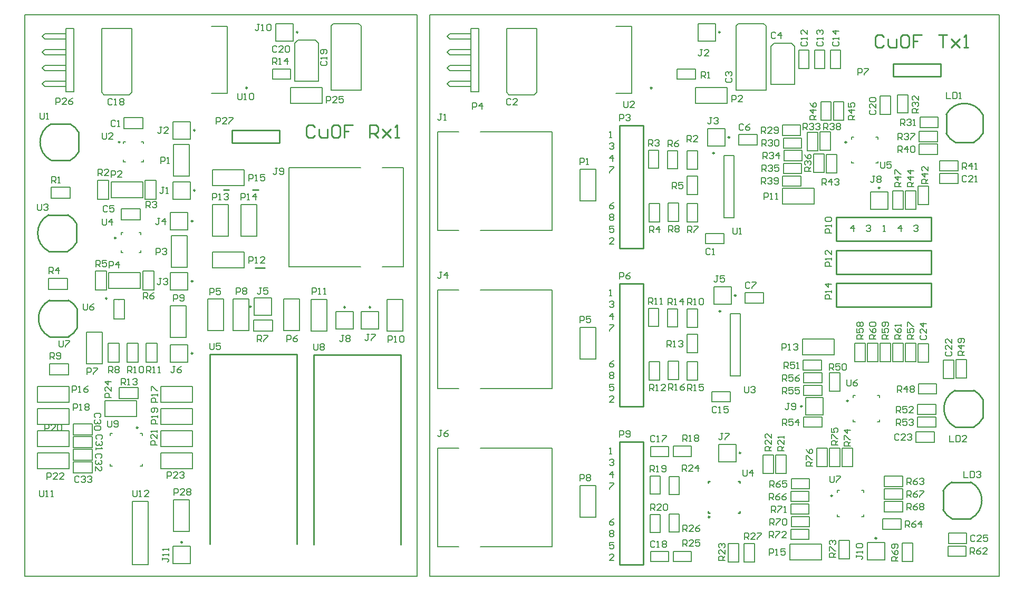
<source format=gto>
%FSAX44Y44*%
%MOMM*%
G71*
G01*
G75*
G04 Layer_Color=65535*
%ADD10R,2.0000X2.0000*%
%ADD11R,0.9652X0.8128*%
%ADD12R,9.8000X10.7000*%
%ADD13R,4.1000X1.1000*%
%ADD14R,0.2500X0.6000*%
%ADD15R,0.6000X0.2500*%
%ADD16R,3.1000X3.1000*%
%ADD17R,0.8000X0.8000*%
%ADD18O,0.2500X0.7000*%
%ADD19O,0.7000X0.2500*%
%ADD20R,1.5000X1.5000*%
%ADD21R,1.5000X0.2500*%
%ADD22R,0.8128X0.9652*%
%ADD23R,0.8128X0.9652*%
%ADD24R,4.0000X2.3000*%
%ADD25R,3.5560X0.6350*%
%ADD26R,2.7940X0.6350*%
%ADD27R,10.1600X10.1600*%
%ADD28R,2.8000X2.0000*%
%ADD29C,0.2032*%
%ADD30C,1.2700*%
%ADD31C,0.5080*%
%ADD32C,0.2540*%
%ADD33R,0.9652X0.8128*%
%ADD34R,2.6000X2.6000*%
%ADD35O,0.2000X0.8000*%
%ADD36O,0.8000X0.2000*%
%ADD37R,3.0000X3.0000*%
%ADD38O,2.5000X0.7000*%
%ADD39O,0.9500X0.9652*%
%ADD40C,1.7526*%
%ADD41C,0.9500*%
%ADD42C,1.5000*%
%ADD43R,1.5000X1.5000*%
%ADD44C,1.2954*%
%ADD45C,1.9050*%
%ADD46C,1.5000*%
%ADD47C,2.6500*%
%ADD48R,1.5000X1.5000*%
%ADD49C,2.9500*%
%ADD50C,0.7500*%
%ADD51C,0.8890*%
%ADD52C,1.0160*%
%ADD53R,1.6510X1.6510*%
%ADD54R,3.0480X3.0480*%
%ADD55C,1.3128*%
%ADD56C,1.9128*%
%ADD57C,1.7128*%
%ADD58C,1.4732*%
%ADD59C,2.0320*%
%ADD60C,1.7128*%
%ADD61C,2.4128*%
%ADD62C,4.0628*%
G04:AMPARAMS|DCode=63|XSize=2.678mm|YSize=2.678mm|CornerRadius=0mm|HoleSize=0mm|Usage=FLASHONLY|Rotation=0.000|XOffset=0mm|YOffset=0mm|HoleType=Round|Shape=Relief|Width=0.381mm|Gap=0.381mm|Entries=4|*
%AMTHD63*
7,0,0,2.6780,1.9160,0.3810,45*
%
%ADD63THD63*%
%ADD64C,1.1128*%
G04:AMPARAMS|DCode=65|XSize=2.1082mm|YSize=2.1082mm|CornerRadius=0mm|HoleSize=0mm|Usage=FLASHONLY|Rotation=0.000|XOffset=0mm|YOffset=0mm|HoleType=Round|Shape=Relief|Width=0.381mm|Gap=0.381mm|Entries=4|*
%AMTHD65*
7,0,0,2.1082,1.3462,0.3810,45*
%
%ADD65THD65*%
%ADD66C,1.1430*%
G04:AMPARAMS|DCode=67|XSize=2.878mm|YSize=2.878mm|CornerRadius=0mm|HoleSize=0mm|Usage=FLASHONLY|Rotation=0.000|XOffset=0mm|YOffset=0mm|HoleType=Round|Shape=Relief|Width=0.381mm|Gap=0.381mm|Entries=4|*
%AMTHD67*
7,0,0,2.8780,2.1160,0.3810,45*
%
%ADD67THD67*%
G04:AMPARAMS|DCode=68|XSize=2.278mm|YSize=2.278mm|CornerRadius=0mm|HoleSize=0mm|Usage=FLASHONLY|Rotation=0.000|XOffset=0mm|YOffset=0mm|HoleType=Round|Shape=Relief|Width=0.381mm|Gap=0.381mm|Entries=4|*
%AMTHD68*
7,0,0,2.2780,1.5160,0.3810,45*
%
%ADD68THD68*%
G04:AMPARAMS|DCode=69|XSize=2.4384mm|YSize=2.4384mm|CornerRadius=0mm|HoleSize=0mm|Usage=FLASHONLY|Rotation=0.000|XOffset=0mm|YOffset=0mm|HoleType=Round|Shape=Relief|Width=0.381mm|Gap=0.381mm|Entries=4|*
%AMTHD69*
7,0,0,2.4384,1.6764,0.3810,45*
%
%ADD69THD69*%
G04:AMPARAMS|DCode=70|XSize=2.9972mm|YSize=2.9972mm|CornerRadius=0mm|HoleSize=0mm|Usage=FLASHONLY|Rotation=0.000|XOffset=0mm|YOffset=0mm|HoleType=Round|Shape=Relief|Width=0.381mm|Gap=0.381mm|Entries=4|*
%AMTHD70*
7,0,0,2.9972,2.2352,0.3810,45*
%
%ADD70THD70*%
%ADD71R,2.3000X4.0000*%
%ADD72R,0.8128X1.2700*%
%ADD73R,5.1000X1.5000*%
%ADD74R,4.5000X1.0000*%
%ADD75C,0.2500*%
%ADD76C,0.2000*%
%ADD77C,0.1270*%
%ADD78C,0.1524*%
D29*
X00254000Y01155700D02*
X00883920D01*
Y00254000D02*
Y01155700D01*
X00254000Y00254000D02*
X00883920D01*
X00254000D02*
Y01155700D01*
X00903920Y00254000D02*
Y01155700D01*
X01818320D01*
Y00254000D02*
Y01155700D01*
X00903920Y00254000D02*
X01818320D01*
D32*
X00293336Y00697295D02*
G03*
X00293336Y00638745I00015274J-00029275D01*
G01*
X00337885Y00683294D02*
G03*
X00323884Y00697295I-00029275J-00015274D01*
G01*
Y00638745D02*
G03*
X00337885Y00652746I-00015274J00029275D01*
G01*
X00292066Y00834455D02*
G03*
X00292066Y00775905I00015274J-00029275D01*
G01*
X00336615Y00820454D02*
G03*
X00322614Y00834455I-00029275J-00015274D01*
G01*
Y00775905D02*
G03*
X00336615Y00789906I-00015274J00029275D01*
G01*
X00295876Y00980505D02*
G03*
X00295876Y00921955I00015274J-00029275D01*
G01*
X00340425Y00966504D02*
G03*
X00326424Y00980505I-00029275J-00015274D01*
G01*
Y00921955D02*
G03*
X00340425Y00935956I-00015274J00029275D01*
G01*
X00586740Y00949960D02*
X00662940D01*
X00586740D02*
Y00970280D01*
X00662940D01*
Y00949960D02*
Y00970280D01*
X00337820Y00652780D02*
Y00683260D01*
X00293370Y00638810D02*
X00323850D01*
X00293370Y00697230D02*
X00323850D01*
X00336550Y00789940D02*
Y00820420D01*
X00292100Y00775970D02*
X00322580D01*
X00292100Y00834390D02*
X00322580D01*
X00340360Y00935990D02*
Y00966470D01*
X00295910Y00922020D02*
X00326390D01*
X00295910Y00980440D02*
X00326390D01*
X00619760Y00875030D02*
X00628650D01*
X00572770D02*
X00581660D01*
X00623570Y00749300D02*
X00638810D01*
X00857250Y00304800D02*
Y00609600D01*
X00717550D02*
X00857250D01*
X00717550Y00304800D02*
Y00609600D01*
X00690880Y00306070D02*
Y00610870D01*
X00551180D02*
X00690880D01*
X00551180Y00306070D02*
Y00610870D01*
X00719662Y00975778D02*
X00716277Y00979163D01*
X00709506D01*
X00706120Y00975778D01*
Y00962236D01*
X00709506Y00958850D01*
X00716277D01*
X00719662Y00962236D01*
X00726433Y00972392D02*
Y00962236D01*
X00729819Y00958850D01*
X00739976D01*
Y00972392D01*
X00756904Y00979163D02*
X00750132D01*
X00746747Y00975778D01*
Y00962236D01*
X00750132Y00958850D01*
X00756904D01*
X00760289Y00962236D01*
Y00975778D01*
X00756904Y00979163D01*
X00780603D02*
X00767060D01*
Y00969007D01*
X00773831D01*
X00767060D01*
Y00958850D01*
X00807687D02*
Y00979163D01*
X00817844D01*
X00821229Y00975778D01*
Y00969007D01*
X00817844Y00965621D01*
X00807687D01*
X00814458D02*
X00821229Y00958850D01*
X00828000Y00972392D02*
X00841543Y00958850D01*
X00834772Y00965621D01*
X00841543Y00972392D01*
X00828000Y00958850D01*
X00848314D02*
X00855085D01*
X00851700D01*
Y00979163D01*
X00848314Y00975778D01*
X01742086Y00405195D02*
G03*
X01728085Y00391194I00015274J-00029275D01*
G01*
Y00360646D02*
G03*
X01742086Y00346645I00029275J00015274D01*
G01*
X01772634D02*
G03*
X01772634Y00405195I-00015274J00029275D01*
G01*
X01777714Y00493965D02*
G03*
X01791715Y00507966I-00015274J00029275D01*
G01*
Y00538514D02*
G03*
X01777714Y00552515I-00029275J-00015274D01*
G01*
X01747166D02*
G03*
X01747166Y00493965I00015274J-00029275D01*
G01*
X01733165Y00965166D02*
G03*
X01747166Y00951165I00029275J00015274D01*
G01*
X01777714D02*
G03*
X01791715Y00965166I-00015274J00029275D01*
G01*
Y00995714D02*
G03*
X01733165Y00995714I-00029275J-00015274D01*
G01*
X01742120Y00346710D02*
X01772600D01*
X01742120Y00405130D02*
X01772600D01*
X01728150Y00360680D02*
Y00391160D01*
X01747200Y00552450D02*
X01777680D01*
X01747200Y00494030D02*
X01777680D01*
X01791650Y00508000D02*
Y00538480D01*
Y00965200D02*
Y00995680D01*
X01733230Y00965200D02*
Y00995680D01*
X01747200Y00951230D02*
X01777680D01*
X01399220Y00355600D02*
X01401760D01*
Y00358140D01*
X01399220Y00406400D02*
X01401760D01*
Y00403860D02*
Y00406400D01*
X01350960D02*
X01353500D01*
X01350960Y00403860D02*
Y00406400D01*
Y00355600D02*
Y00358140D01*
Y00355600D02*
X01353500D01*
X01556700Y00830580D02*
X01709100D01*
X01556700Y00792480D02*
Y00830580D01*
Y00792480D02*
X01709100D01*
Y00830580D01*
X01208720Y00781050D02*
Y00977900D01*
Y00781050D02*
X01246820D01*
Y00977900D01*
X01208720D02*
X01246820D01*
X01208720Y00527050D02*
Y00723900D01*
Y00527050D02*
X01246820D01*
Y00723900D01*
X01208720D02*
X01246820D01*
X01208720Y00273050D02*
Y00469900D01*
Y00273050D02*
X01246820D01*
Y00469900D01*
X01208720D02*
X01246820D01*
X01556700Y00777240D02*
X01709100D01*
X01556700Y00739140D02*
Y00777240D01*
Y00739140D02*
X01709100D01*
Y00777240D01*
X01556700Y00725170D02*
X01709100D01*
X01556700Y00687070D02*
Y00725170D01*
Y00687070D02*
X01709100D01*
Y00725170D01*
X01648140Y01056640D02*
X01724340D01*
X01648140D02*
Y01076960D01*
X01724340D01*
Y01056640D02*
Y01076960D01*
X01632472Y01120558D02*
X01629087Y01123943D01*
X01622316D01*
X01618930Y01120558D01*
Y01107016D01*
X01622316Y01103630D01*
X01629087D01*
X01632472Y01107016D01*
X01639243Y01117172D02*
Y01107016D01*
X01642629Y01103630D01*
X01652786D01*
Y01117172D01*
X01669714Y01123943D02*
X01662942D01*
X01659557Y01120558D01*
Y01107016D01*
X01662942Y01103630D01*
X01669714D01*
X01673099Y01107016D01*
Y01120558D01*
X01669714Y01123943D01*
X01693413D02*
X01679870D01*
Y01113787D01*
X01686641D01*
X01679870D01*
Y01103630D01*
X01720497Y01123943D02*
X01734039D01*
X01727268D01*
Y01103630D01*
X01740811Y01117172D02*
X01754353Y01103630D01*
X01747582Y01110401D01*
X01754353Y01117172D01*
X01740811Y01103630D01*
X01761124D02*
X01767895D01*
X01764509D01*
Y01123943D01*
X01761124Y01120558D01*
D75*
X00610850Y01038310D02*
G03*
X00610850Y01038310I-00001250J00000000D01*
G01*
X00435310Y00492700D02*
G03*
X00435310Y00492700I-00001250J00000000D01*
G01*
X00399930Y00797440D02*
G03*
X00399930Y00797440I-00001250J00000000D01*
G01*
X00406400Y00951230D02*
G03*
X00406400Y00951230I-00001250J00000000D01*
G01*
X00385880Y00700260D02*
G03*
X00385880Y00700260I-00001250J00000000D01*
G01*
X00527210Y00970280D02*
G03*
X00527210Y00970280I-00001250J00000000D01*
G01*
Y00873760D02*
G03*
X00527210Y00873760I-00001250J00000000D01*
G01*
X00523400Y00824230D02*
G03*
X00523400Y00824230I-00001250J00000000D01*
G01*
X00617020Y00687070D02*
G03*
X00617020Y00687070I-00001250J00000000D01*
G01*
X00523400Y00727710D02*
G03*
X00523400Y00727710I-00001250J00000000D01*
G01*
Y00612140D02*
G03*
X00523400Y00612140I-00001250J00000000D01*
G01*
X00692310Y01127760D02*
G03*
X00692310Y01127760I-00001250J00000000D01*
G01*
X00808970Y00685980D02*
G03*
X00808970Y00685980I-00001250J00000000D01*
G01*
X00768330D02*
G03*
X00768330Y00685980I-00001250J00000000D01*
G01*
X00506710Y00308790D02*
G03*
X00506710Y00308790I-00001250J00000000D01*
G01*
X01550310Y00383340D02*
G03*
X01550310Y00383340I-00001250J00000000D01*
G01*
X01575710Y00535740D02*
G03*
X01575710Y00535740I-00001250J00000000D01*
G01*
X01573170Y00951030D02*
G03*
X01573170Y00951030I-00001250J00000000D01*
G01*
X01353480Y00349270D02*
G03*
X01353480Y00349270I-00001250J00000000D01*
G01*
X01260770Y01038310D02*
G03*
X01260770Y01038310I-00001250J00000000D01*
G01*
X01370890Y00679560D02*
G03*
X01370890Y00679560I-00001250J00000000D01*
G01*
X01395570Y00704850D02*
G03*
X01395570Y00704850I-00001250J00000000D01*
G01*
X01360730Y00933560D02*
G03*
X01360730Y00933560I-00001250J00000000D01*
G01*
X01385410Y00958850D02*
G03*
X01385410Y00958850I-00001250J00000000D01*
G01*
X01403190Y00452120D02*
G03*
X01403190Y00452120I-00001250J00000000D01*
G01*
X01626530Y00877750D02*
G03*
X01626530Y00877750I-00001250J00000000D01*
G01*
X01501890Y00527050D02*
G03*
X01501890Y00527050I-00001250J00000000D01*
G01*
X01621450Y00315140D02*
G03*
X01621450Y00315140I-00001250J00000000D01*
G01*
X01370170Y01127760D02*
G03*
X01370170Y01127760I-00001250J00000000D01*
G01*
D76*
X00403880Y00699010D02*
G03*
X00406380Y00699010I00001250J00000000D01*
G01*
X00553100Y01136810D02*
X00578600D01*
Y01029810D02*
Y01136810D01*
X00553100Y01029810D02*
X00578600D01*
X00442560Y00431200D02*
Y00434450D01*
X00439310Y00431200D02*
X00442560D01*
X00390560D02*
Y00434450D01*
Y00431200D02*
X00393810D01*
X00390560Y00479950D02*
Y00483200D01*
X00393810D01*
X00442560Y00479950D02*
Y00483200D01*
X00439310D02*
X00442560D01*
X00408180Y00802940D02*
Y00805940D01*
X00411180D01*
X00408180Y00773940D02*
Y00776940D01*
Y00773940D02*
X00411180D01*
X00440180D02*
Y00776940D01*
X00437180Y00773940D02*
X00440180D01*
Y00802940D02*
Y00805940D01*
X00437180D02*
X00440180D01*
X00411990Y00948990D02*
Y00951990D01*
X00414990D01*
X00411990Y00919990D02*
Y00922990D01*
Y00919990D02*
X00414990D01*
X00443990D02*
Y00922990D01*
X00440990Y00919990D02*
X00443990D01*
Y00948990D02*
Y00951990D01*
X00440990D02*
X00443990D01*
X00396630Y00667510D02*
Y00699010D01*
Y00667510D02*
X00413630D01*
Y00699010D01*
X00406380D02*
X00413630D01*
X00396630D02*
X00403880D01*
X00392430Y00862330D02*
Y00887730D01*
X00443230D01*
Y00862330D02*
Y00887730D01*
X00392430Y00862330D02*
X00443230D01*
X00492760Y00896620D02*
X00518160D01*
X00492760D02*
Y00947420D01*
X00518160D01*
Y00896620D02*
Y00947420D01*
X00491460Y00984280D02*
X00519460D01*
X00491460Y00956280D02*
Y00984280D01*
Y00956280D02*
X00519460D01*
X00519460Y00956280D02*
Y00984280D01*
X00491460Y00887760D02*
X00519460D01*
X00491460Y00859760D02*
Y00887760D01*
Y00859760D02*
X00519460D01*
X00519460Y00859760D02*
Y00887760D01*
X00388620Y00716280D02*
X00439420D01*
Y00741680D01*
X00388620D02*
X00439420D01*
X00388620Y00716280D02*
Y00741680D01*
X00514350Y00750570D02*
Y00801370D01*
X00488950D02*
X00514350D01*
X00488950Y00750570D02*
Y00801370D01*
Y00750570D02*
X00514350D01*
X00515650Y00810230D02*
Y00838230D01*
X00487650Y00810230D02*
X00515650D01*
X00487650D02*
Y00838230D01*
X00487650Y00838230D02*
X00515650D01*
X00622270Y00673070D02*
Y00701070D01*
X00622270Y00701070D02*
X00650270D01*
Y00673070D02*
Y00701070D01*
X00622270Y00673070D02*
X00650270D01*
X00554990Y00881380D02*
X00605790D01*
Y00906780D01*
X00554990D02*
X00605790D01*
X00554990Y00881380D02*
Y00906780D01*
Y00749300D02*
X00605790D01*
Y00774700D01*
X00554990D02*
X00605790D01*
X00554990Y00749300D02*
Y00774700D01*
Y00800100D02*
Y00850900D01*
Y00800100D02*
X00580390D01*
Y00850900D01*
X00554990D02*
X00580390D01*
X00600710Y00800100D02*
Y00850900D01*
Y00800100D02*
X00626110D01*
Y00850900D01*
X00600710D02*
X00626110D01*
X00861806Y00751772D02*
Y00909870D01*
X00827738Y00751374D02*
X00861806D01*
X00677910D02*
X00793258D01*
X00677910D02*
Y00909870D01*
X00793258D01*
X00827738D02*
X00861806D01*
X00515650Y00713710D02*
Y00741710D01*
X00487650Y00713710D02*
X00515650D01*
X00487650D02*
Y00741710D01*
X00487650Y00741710D02*
X00515650D01*
X00378460Y00595630D02*
Y00646430D01*
X00353060D02*
X00378460D01*
X00353060Y00595630D02*
Y00646430D01*
Y00595630D02*
X00378460D01*
X00515650Y00598140D02*
Y00626140D01*
X00487650Y00598140D02*
X00515650D01*
X00487650D02*
Y00626140D01*
X00487650Y00626140D02*
X00515650D01*
X00513080Y00637540D02*
Y00688340D01*
X00487680D02*
X00513080D01*
X00487680Y00637540D02*
Y00688340D01*
Y00637540D02*
X00513080D01*
X00680720Y01038860D02*
X00731520D01*
X00680720Y01013460D02*
Y01038860D01*
Y01013460D02*
X00731520D01*
Y01038860D01*
X00684560Y01113760D02*
Y01141760D01*
X00656560Y01113760D02*
X00684560D01*
X00656560D02*
Y01141760D01*
X00656560Y01141760D02*
X00684560D01*
X00382270Y00535940D02*
X00433070D01*
X00382270Y00510540D02*
Y00535940D01*
Y00510540D02*
X00433070D01*
Y00535940D01*
X00320040Y01032510D02*
Y01134110D01*
Y01032510D02*
X00332740D01*
X00320040Y01134110D02*
X00332740D01*
X00286173Y01125643D02*
X00320040D01*
X00281940Y01121410D02*
X00286173Y01125643D01*
X00281940Y01121410D02*
X00286173Y01117177D01*
X00320040D01*
X00286173Y01100243D02*
X00320040D01*
X00281940Y01096010D02*
X00286173Y01100243D01*
X00281940Y01096010D02*
X00286173Y01091777D01*
X00320040D01*
X00286173Y01074843D02*
X00320040D01*
X00281940Y01070610D02*
X00286173Y01074843D01*
X00281940Y01070610D02*
X00286173Y01066377D01*
X00320040D01*
X00286173Y01049443D02*
X00320040D01*
X00281940Y01045210D02*
X00286173Y01049443D01*
X00281940Y01045210D02*
X00286173Y01040977D01*
X00320040D01*
X00332740Y01032510D02*
Y01134110D01*
X00547370Y00648970D02*
Y00699770D01*
Y00648970D02*
X00572770D01*
Y00699770D01*
X00547370D02*
X00572770D01*
X00588010Y00648970D02*
Y00699770D01*
Y00648970D02*
X00613410D01*
Y00699770D01*
X00588010D02*
X00613410D01*
X00694690Y00648970D02*
Y00699770D01*
X00669290D02*
X00694690D01*
X00669290Y00648970D02*
Y00699770D01*
Y00648970D02*
X00694690D01*
X00739140Y00647700D02*
Y00698500D01*
X00713740D02*
X00739140D01*
X00713740Y00647700D02*
Y00698500D01*
Y00647700D02*
X00739140D01*
X00793720Y00679480D02*
X00821720D01*
X00821720Y00651480D02*
Y00679480D01*
X00793720Y00651480D02*
X00821720D01*
X00793720Y00651480D02*
Y00679480D01*
X00753080D02*
X00781080D01*
X00781080Y00651480D02*
Y00679480D01*
X00753080Y00651480D02*
X00781080D01*
X00753080Y00651480D02*
Y00679480D01*
X00861060Y00647700D02*
Y00698500D01*
X00835660D02*
X00861060D01*
X00835660Y00647700D02*
Y00698500D01*
Y00647700D02*
X00861060D01*
X00492760Y00326390D02*
Y00377190D01*
Y00326390D02*
X00518160D01*
Y00377190D01*
X00492760D02*
X00518160D01*
X00491460Y00302290D02*
X00519460D01*
X00519460Y00274290D02*
Y00302290D01*
X00491460Y00274290D02*
X00519460D01*
X00491460Y00274290D02*
Y00302290D01*
X00472440Y00558800D02*
X00523240D01*
X00472440Y00533400D02*
Y00558800D01*
Y00533400D02*
X00523240D01*
Y00558800D01*
X00472440Y00523240D02*
X00523240D01*
X00472440Y00497840D02*
Y00523240D01*
Y00497840D02*
X00523240D01*
Y00523240D01*
X00472440Y00487680D02*
X00523240D01*
X00472440Y00462280D02*
Y00487680D01*
Y00462280D02*
X00523240D01*
Y00487680D01*
X00472440Y00452120D02*
X00523240D01*
X00472440Y00426720D02*
Y00452120D01*
Y00426720D02*
X00523240D01*
Y00452120D01*
X00274320Y00497840D02*
X00325120D01*
Y00523240D01*
X00274320D02*
X00325120D01*
X00274320Y00497840D02*
Y00523240D01*
Y00533400D02*
X00325120D01*
Y00558800D01*
X00274320D02*
X00325120D01*
X00274320Y00533400D02*
Y00558800D01*
Y00426720D02*
X00325120D01*
Y00452120D01*
X00274320D02*
X00325120D01*
X00274320Y00426720D02*
Y00452120D01*
Y00462280D02*
X00325120D01*
Y00487680D01*
X00274320D02*
X00325120D01*
X00274320Y00462280D02*
Y00487680D01*
X01558560Y00388590D02*
Y00391840D01*
X01561810D01*
X01558560Y00349840D02*
Y00353090D01*
Y00349840D02*
X01561810D01*
X01600560D02*
Y00353090D01*
X01597310Y00349840D02*
X01600560D01*
Y00388590D02*
Y00391840D01*
X01597310D02*
X01600560D01*
X01583960Y00540990D02*
Y00544240D01*
X01587210D01*
X01583960Y00502240D02*
Y00505490D01*
Y00502240D02*
X01587210D01*
X01625960D02*
Y00505490D01*
X01622710Y00502240D02*
X01625960D01*
Y00540990D02*
Y00544240D01*
X01622710D02*
X01625960D01*
X01581420Y00956280D02*
Y00959530D01*
X01584670D01*
X01581420Y00917530D02*
Y00920780D01*
Y00917530D02*
X01584670D01*
X01623420D02*
Y00920780D01*
X01620170Y00917530D02*
X01623420D01*
Y00956280D02*
Y00959530D01*
X01620170D02*
X01623420D01*
X01203020Y01136810D02*
X01228520D01*
Y01029810D02*
Y01136810D01*
X01203020Y01029810D02*
X01228520D01*
X01521140Y00852170D02*
Y00877570D01*
X01470340Y00852170D02*
X01521140D01*
X01470340D02*
Y00877570D01*
X01521140D01*
X01386140Y00576110D02*
Y00676110D01*
X01402140Y00576110D02*
Y00676110D01*
X01386140D02*
X01402140D01*
X01386140Y00576110D02*
X01402140D01*
X01359820Y00718850D02*
X01387820D01*
X01359820Y00690850D02*
Y00718850D01*
Y00690850D02*
X01387820D01*
X01387820Y00690850D02*
Y00718850D01*
X01375980Y00830110D02*
Y00930110D01*
X01391980Y00830110D02*
Y00930110D01*
X01375980D02*
X01391980D01*
X01375980Y00830110D02*
X01391980D01*
X01381440Y01013460D02*
Y01038860D01*
X01330640Y01013460D02*
X01381440D01*
X01330640D02*
Y01038860D01*
X01381440D01*
X00916620Y00809752D02*
Y00967850D01*
Y00968248D02*
X00950688D01*
X00985168D02*
X01100516D01*
Y00809752D02*
Y00968248D01*
X00985168Y00809752D02*
X01100516D01*
X00916620D02*
X00950688D01*
X01170620Y00857250D02*
Y00908050D01*
X01145220D02*
X01170620D01*
X01145220Y00857250D02*
Y00908050D01*
Y00857250D02*
X01170620D01*
X01349660Y00972850D02*
X01377660D01*
X01349660Y00944850D02*
Y00972850D01*
Y00944850D02*
X01377660D01*
X01377660Y00944850D02*
Y00972850D01*
X00916620Y00555752D02*
X00950688D01*
X00985168D02*
X01100516D01*
Y00714248D01*
X00985168D02*
X01100516D01*
X00916620D02*
X00950688D01*
X00916620Y00555752D02*
Y00713850D01*
Y00301752D02*
X00950688D01*
X00985168D02*
X01100516D01*
Y00460248D01*
X00985168D02*
X01100516D01*
X00916620D02*
X00950688D01*
X00916620Y00301752D02*
Y00459850D01*
X01367440Y00466120D02*
X01395440D01*
X01367440Y00438120D02*
Y00466120D01*
Y00438120D02*
X01395440D01*
X01395440Y00438120D02*
Y00466120D01*
X01611280Y00843250D02*
Y00871250D01*
X01611280Y00843250D02*
X01639280D01*
Y00871250D01*
X01611280Y00871250D02*
X01639280D01*
X01145220Y00603250D02*
X01170620D01*
X01145220D02*
Y00654050D01*
X01170620D01*
Y00603250D02*
Y00654050D01*
X01145220Y00349250D02*
X01170620D01*
X01145220D02*
Y00400050D01*
X01170620D01*
Y00349250D02*
Y00400050D01*
X01552890Y00609600D02*
Y00635000D01*
X01502090Y00609600D02*
X01552890D01*
X01502090D02*
Y00635000D01*
X01552890D01*
X01507140Y00513050D02*
X01535140D01*
X01535140Y00513050D02*
Y00541050D01*
X01507140D02*
X01535140D01*
X01507140Y00513050D02*
Y00541050D01*
X01532824Y00280670D02*
Y00306070D01*
X01482024Y00280670D02*
X01532824D01*
X01482024D02*
Y00306070D01*
X01532824D01*
X01606200Y00280640D02*
Y00308640D01*
X01606200Y00280640D02*
X01634200D01*
Y00308640D01*
X01606200Y00308640D02*
X01634200D01*
X00982660Y01032510D02*
Y01134110D01*
X00936093Y01040977D02*
X00969960D01*
X00931860Y01045210D02*
X00936093Y01040977D01*
X00931860Y01045210D02*
X00936093Y01049443D01*
X00969960D01*
X00936093Y01066377D02*
X00969960D01*
X00931860Y01070610D02*
X00936093Y01066377D01*
X00931860Y01070610D02*
X00936093Y01074843D01*
X00969960D01*
X00936093Y01091777D02*
X00969960D01*
X00931860Y01096010D02*
X00936093Y01091777D01*
X00931860Y01096010D02*
X00936093Y01100243D01*
X00969960D01*
X00936093Y01117177D02*
X00969960D01*
X00931860Y01121410D02*
X00936093Y01117177D01*
X00931860Y01121410D02*
X00936093Y01125643D01*
X00969960D01*
Y01134110D02*
X00982660D01*
X00969960Y01032510D02*
X00982660D01*
X00969960D02*
Y01134110D01*
X01334420Y01141760D02*
X01362420D01*
X01334420Y01113760D02*
Y01141760D01*
Y01113760D02*
X01362420D01*
X01362420Y01113760D02*
Y01141760D01*
D77*
X00426720Y00374650D02*
X00452120D01*
Y00273050D02*
Y00374650D01*
X00426720Y00273050D02*
X00452120D01*
X00426720D02*
Y00374650D01*
X00745490Y01137920D02*
X00749300Y01141730D01*
X00789940D02*
X00793750Y01137920D01*
X00749300Y01141730D02*
X00789940D01*
X00745490Y01035050D02*
Y01137920D01*
X00793750Y01035050D02*
Y01137920D01*
X00745490Y01035050D02*
X00793750D01*
X00421640Y01027430D02*
X00425450Y01031240D01*
X00377190D02*
X00381000Y01027430D01*
X00421640D01*
X00425450Y01031240D02*
Y01134110D01*
X00377190Y01031240D02*
Y01134110D01*
X00425450D01*
X00687070Y01109980D02*
X00692150Y01115060D01*
X00720090D01*
X00725170Y01109980D01*
X00687070Y01049020D02*
Y01109980D01*
X00725170Y01049020D02*
Y01109980D01*
X00687070Y01049020D02*
X00725170D01*
X00444500Y00699770D02*
Y00709927D01*
X00449578D01*
X00451271Y00708234D01*
Y00704848D01*
X00449578Y00703156D01*
X00444500D01*
X00447886D02*
X00451271Y00699770D01*
X00461428Y00709927D02*
X00458042Y00708234D01*
X00454657Y00704848D01*
Y00701463D01*
X00456349Y00699770D01*
X00459735D01*
X00461428Y00701463D01*
Y00703156D01*
X00459735Y00704848D01*
X00454657D01*
X00448310Y00845820D02*
Y00855977D01*
X00453388D01*
X00455081Y00854284D01*
Y00850898D01*
X00453388Y00849206D01*
X00448310D01*
X00451696D02*
X00455081Y00845820D01*
X00458467Y00854284D02*
X00460159Y00855977D01*
X00463545D01*
X00465238Y00854284D01*
Y00852591D01*
X00463545Y00850898D01*
X00461852D01*
X00463545D01*
X00465238Y00849206D01*
Y00847513D01*
X00463545Y00845820D01*
X00460159D01*
X00458467Y00847513D01*
X00398947Y00985094D02*
X00397254Y00986787D01*
X00393869D01*
X00392176Y00985094D01*
Y00978323D01*
X00393869Y00976630D01*
X00397254D01*
X00398947Y00978323D01*
X00402333Y00976630D02*
X00405718D01*
X00404025D01*
Y00986787D01*
X00402333Y00985094D01*
X00386501Y00847934D02*
X00384808Y00849627D01*
X00381423D01*
X00379730Y00847934D01*
Y00841163D01*
X00381423Y00839470D01*
X00384808D01*
X00386501Y00841163D01*
X00396658Y00849627D02*
X00389887D01*
Y00844548D01*
X00393272Y00846241D01*
X00394965D01*
X00396658Y00844548D01*
Y00841163D01*
X00394965Y00839470D01*
X00391580D01*
X00389887Y00841163D01*
X00394121Y01019384D02*
X00392428Y01021077D01*
X00389043D01*
X00387350Y01019384D01*
Y01012613D01*
X00389043Y01010920D01*
X00392428D01*
X00394121Y01012613D01*
X00397507Y01010920D02*
X00400892D01*
X00399199D01*
Y01021077D01*
X00397507Y01019384D01*
X00405971D02*
X00407663Y01021077D01*
X00411049D01*
X00412742Y01019384D01*
Y01017691D01*
X00411049Y01015998D01*
X00412742Y01014306D01*
Y01012613D01*
X00411049Y01010920D01*
X00407663D01*
X00405971Y01012613D01*
Y01014306D01*
X00407663Y01015998D01*
X00405971Y01017691D01*
Y01019384D01*
X00407663Y01015998D02*
X00411049D01*
X00730676Y01081191D02*
X00728983Y01079498D01*
Y01076113D01*
X00730676Y01074420D01*
X00737447D01*
X00739140Y01076113D01*
Y01079498D01*
X00737447Y01081191D01*
X00739140Y01084577D02*
Y01087962D01*
Y01086270D01*
X00728983D01*
X00730676Y01084577D01*
X00737447Y01093041D02*
X00739140Y01094733D01*
Y01098119D01*
X00737447Y01099812D01*
X00730676D01*
X00728983Y01098119D01*
Y01094733D01*
X00730676Y01093041D01*
X00732369D01*
X00734062Y01094733D01*
Y01099812D01*
X00658281Y01104474D02*
X00656588Y01106167D01*
X00653203D01*
X00651510Y01104474D01*
Y01097703D01*
X00653203Y01096010D01*
X00656588D01*
X00658281Y01097703D01*
X00668438Y01096010D02*
X00661667D01*
X00668438Y01102781D01*
Y01104474D01*
X00666745Y01106167D01*
X00663360D01*
X00661667Y01104474D01*
X00671823D02*
X00673516Y01106167D01*
X00676902D01*
X00678595Y01104474D01*
Y01097703D01*
X00676902Y01096010D01*
X00673516D01*
X00671823Y01097703D01*
Y01104474D01*
X00477433Y00878837D02*
X00474048D01*
X00475740D01*
Y00870373D01*
X00474048Y00868680D01*
X00472355D01*
X00470662Y00870373D01*
X00480819Y00868680D02*
X00484204D01*
X00482511D01*
Y00878837D01*
X00480819Y00877144D01*
X00473877Y00975357D02*
X00470492D01*
X00472184D01*
Y00966893D01*
X00470492Y00965200D01*
X00468799D01*
X00467106Y00966893D01*
X00484034Y00965200D02*
X00477263D01*
X00484034Y00971971D01*
Y00973664D01*
X00482341Y00975357D01*
X00478955D01*
X00477263Y00973664D01*
X00472861Y00732787D02*
X00469476D01*
X00471168D01*
Y00724323D01*
X00469476Y00722630D01*
X00467783D01*
X00466090Y00724323D01*
X00476247Y00731094D02*
X00477939Y00732787D01*
X00481325D01*
X00483018Y00731094D01*
Y00729401D01*
X00481325Y00727708D01*
X00479632D01*
X00481325D01*
X00483018Y00726016D01*
Y00724323D01*
X00481325Y00722630D01*
X00477939D01*
X00476247Y00724323D01*
X00470067Y00829307D02*
X00466682D01*
X00468374D01*
Y00820843D01*
X00466682Y00819150D01*
X00464989D01*
X00463296Y00820843D01*
X00478531Y00819150D02*
Y00829307D01*
X00473453Y00824228D01*
X00480224D01*
X00634151Y00717547D02*
X00630766D01*
X00632458D01*
Y00709083D01*
X00630766Y00707390D01*
X00629073D01*
X00627380Y00709083D01*
X00644308Y00717547D02*
X00637537D01*
Y00712468D01*
X00640922Y00714161D01*
X00642615D01*
X00644308Y00712468D01*
Y00709083D01*
X00642615Y00707390D01*
X00639230D01*
X00637537Y00709083D01*
X00494705Y00590801D02*
X00491320D01*
X00493012D01*
Y00582337D01*
X00491320Y00580644D01*
X00489627D01*
X00487934Y00582337D01*
X00504862Y00590801D02*
X00501476Y00589108D01*
X00498091Y00585722D01*
Y00582337D01*
X00499784Y00580644D01*
X00503169D01*
X00504862Y00582337D01*
Y00584030D01*
X00503169Y00585722D01*
X00498091D01*
X00806871Y00642617D02*
X00803486D01*
X00805178D01*
Y00634153D01*
X00803486Y00632460D01*
X00801793D01*
X00800100Y00634153D01*
X00810257Y00642617D02*
X00817028D01*
Y00640924D01*
X00810257Y00634153D01*
Y00632460D01*
X00766231Y00641347D02*
X00762846D01*
X00764538D01*
Y00632883D01*
X00762846Y00631190D01*
X00761153D01*
X00759460Y00632883D01*
X00769617Y00639654D02*
X00771310Y00641347D01*
X00774695D01*
X00776388Y00639654D01*
Y00637961D01*
X00774695Y00636268D01*
X00776388Y00634576D01*
Y00632883D01*
X00774695Y00631190D01*
X00771310D01*
X00769617Y00632883D01*
Y00634576D01*
X00771310Y00636268D01*
X00769617Y00637961D01*
Y00639654D01*
X00771310Y00636268D02*
X00774695D01*
X00659551Y00909317D02*
X00656166D01*
X00657858D01*
Y00900853D01*
X00656166Y00899160D01*
X00654473D01*
X00652780Y00900853D01*
X00662937D02*
X00664630Y00899160D01*
X00668015D01*
X00669708Y00900853D01*
Y00907624D01*
X00668015Y00909317D01*
X00664630D01*
X00662937Y00907624D01*
Y00905931D01*
X00664630Y00904238D01*
X00669708D01*
X00630341Y01140457D02*
X00626956D01*
X00628648D01*
Y01131993D01*
X00626956Y01130300D01*
X00625263D01*
X00623570Y01131993D01*
X00633727Y01130300D02*
X00637112D01*
X00635420D01*
Y01140457D01*
X00633727Y01138764D01*
X00642191D02*
X00643883Y01140457D01*
X00647269D01*
X00648962Y01138764D01*
Y01131993D01*
X00647269Y01130300D01*
X00643883D01*
X00642191Y01131993D01*
Y01138764D01*
X00471932Y00916940D02*
Y00927097D01*
X00477010D01*
X00478703Y00925404D01*
Y00922018D01*
X00477010Y00920326D01*
X00471932D01*
X00482089Y00916940D02*
X00485474D01*
X00483782D01*
Y00927097D01*
X00482089Y00925404D01*
X00392684Y00895096D02*
Y00905253D01*
X00397762D01*
X00399455Y00903560D01*
Y00900174D01*
X00397762Y00898482D01*
X00392684D01*
X00409612Y00895096D02*
X00402841D01*
X00409612Y00901867D01*
Y00903560D01*
X00407919Y00905253D01*
X00404534D01*
X00402841Y00903560D01*
X00464566Y00770890D02*
Y00781047D01*
X00469644D01*
X00471337Y00779354D01*
Y00775968D01*
X00469644Y00774276D01*
X00464566D01*
X00474723Y00779354D02*
X00476415Y00781047D01*
X00479801D01*
X00481494Y00779354D01*
Y00777661D01*
X00479801Y00775968D01*
X00478108D01*
X00479801D01*
X00481494Y00774276D01*
Y00772583D01*
X00479801Y00770890D01*
X00476415D01*
X00474723Y00772583D01*
X00388874Y00749046D02*
Y00759203D01*
X00393952D01*
X00395645Y00757510D01*
Y00754124D01*
X00393952Y00752432D01*
X00388874D01*
X00404109Y00749046D02*
Y00759203D01*
X00399031Y00754124D01*
X00405802D01*
X00551180Y00706120D02*
Y00716277D01*
X00556258D01*
X00557951Y00714584D01*
Y00711198D01*
X00556258Y00709506D01*
X00551180D01*
X00568108Y00716277D02*
X00561337D01*
Y00711198D01*
X00564722Y00712891D01*
X00566415D01*
X00568108Y00711198D01*
Y00707813D01*
X00566415Y00706120D01*
X00563030D01*
X00561337Y00707813D01*
X00674370Y00631190D02*
Y00641347D01*
X00679448D01*
X00681141Y00639654D01*
Y00636268D01*
X00679448Y00634576D01*
X00674370D01*
X00691298Y00641347D02*
X00687912Y00639654D01*
X00684527Y00636268D01*
Y00632883D01*
X00686219Y00631190D01*
X00689605D01*
X00691298Y00632883D01*
Y00634576D01*
X00689605Y00636268D01*
X00684527D01*
X00353314Y00578104D02*
Y00588261D01*
X00358392D01*
X00360085Y00586568D01*
Y00583182D01*
X00358392Y00581490D01*
X00353314D01*
X00363471Y00588261D02*
X00370242D01*
Y00586568D01*
X00363471Y00579797D01*
Y00578104D01*
X00593090Y00707390D02*
Y00717547D01*
X00598168D01*
X00599861Y00715854D01*
Y00712468D01*
X00598168Y00710776D01*
X00593090D01*
X00603247Y00715854D02*
X00604939Y00717547D01*
X00608325D01*
X00610018Y00715854D01*
Y00714161D01*
X00608325Y00712468D01*
X00610018Y00710776D01*
Y00709083D01*
X00608325Y00707390D01*
X00604939D01*
X00603247Y00709083D01*
Y00710776D01*
X00604939Y00712468D01*
X00603247Y00714161D01*
Y00715854D01*
X00604939Y00712468D02*
X00608325D01*
X00491998Y00695706D02*
Y00705863D01*
X00497076D01*
X00498769Y00704170D01*
Y00700784D01*
X00497076Y00699092D01*
X00491998D01*
X00502155Y00697399D02*
X00503848Y00695706D01*
X00507233D01*
X00508926Y00697399D01*
Y00704170D01*
X00507233Y00705863D01*
X00503848D01*
X00502155Y00704170D01*
Y00702477D01*
X00503848Y00700784D01*
X00508926D01*
X00836930Y00629920D02*
Y00640077D01*
X00842008D01*
X00843701Y00638384D01*
Y00634998D01*
X00842008Y00633306D01*
X00836930D01*
X00847087Y00629920D02*
X00850472D01*
X00848780D01*
Y00640077D01*
X00847087Y00638384D01*
X00855551D02*
X00857243Y00640077D01*
X00860629D01*
X00862322Y00638384D01*
Y00631613D01*
X00860629Y00629920D01*
X00857243D01*
X00855551Y00631613D01*
Y00638384D01*
X00715010Y00707390D02*
Y00717547D01*
X00720088D01*
X00721781Y00715854D01*
Y00712468D01*
X00720088Y00710776D01*
X00715010D01*
X00725167Y00707390D02*
X00728552D01*
X00726860D01*
Y00717547D01*
X00725167Y00715854D01*
X00733631Y00707390D02*
X00737016D01*
X00735323D01*
Y00717547D01*
X00733631Y00715854D01*
X00613156Y00756920D02*
Y00767077D01*
X00618234D01*
X00619927Y00765384D01*
Y00761998D01*
X00618234Y00760306D01*
X00613156D01*
X00623313Y00756920D02*
X00626698D01*
X00625005D01*
Y00767077D01*
X00623313Y00765384D01*
X00638548Y00756920D02*
X00631777D01*
X00638548Y00763691D01*
Y00765384D01*
X00636855Y00767077D01*
X00633469D01*
X00631777Y00765384D01*
X00554990Y00858266D02*
Y00868423D01*
X00560068D01*
X00561761Y00866730D01*
Y00863344D01*
X00560068Y00861652D01*
X00554990D01*
X00565147Y00858266D02*
X00568532D01*
X00566839D01*
Y00868423D01*
X00565147Y00866730D01*
X00573611D02*
X00575303Y00868423D01*
X00578689D01*
X00580382Y00866730D01*
Y00865037D01*
X00578689Y00863344D01*
X00576996D01*
X00578689D01*
X00580382Y00861652D01*
Y00859959D01*
X00578689Y00858266D01*
X00575303D01*
X00573611Y00859959D01*
X00600710Y00858266D02*
Y00868423D01*
X00605788D01*
X00607481Y00866730D01*
Y00863344D01*
X00605788Y00861652D01*
X00600710D01*
X00610867Y00858266D02*
X00614252D01*
X00612560D01*
Y00868423D01*
X00610867Y00866730D01*
X00624409Y00858266D02*
Y00868423D01*
X00619331Y00863344D01*
X00626102D01*
X00613156Y00889000D02*
Y00899157D01*
X00618234D01*
X00619927Y00897464D01*
Y00894078D01*
X00618234Y00892386D01*
X00613156D01*
X00623313Y00889000D02*
X00626698D01*
X00625005D01*
Y00899157D01*
X00623313Y00897464D01*
X00638548Y00899157D02*
X00631777D01*
Y00894078D01*
X00635162Y00895771D01*
X00636855D01*
X00638548Y00894078D01*
Y00890693D01*
X00636855Y00889000D01*
X00633469D01*
X00631777Y00890693D01*
X00330200Y00549910D02*
Y00560067D01*
X00335278D01*
X00336971Y00558374D01*
Y00554988D01*
X00335278Y00553296D01*
X00330200D01*
X00340357Y00549910D02*
X00343742D01*
X00342049D01*
Y00560067D01*
X00340357Y00558374D01*
X00355592Y00560067D02*
X00352206Y00558374D01*
X00348821Y00554988D01*
Y00551603D01*
X00350513Y00549910D01*
X00353899D01*
X00355592Y00551603D01*
Y00553296D01*
X00353899Y00554988D01*
X00348821D01*
X00467360Y00533400D02*
X00457203D01*
Y00538478D01*
X00458896Y00540171D01*
X00462282D01*
X00463974Y00538478D01*
Y00533400D01*
X00467360Y00543557D02*
Y00546942D01*
Y00545249D01*
X00457203D01*
X00458896Y00543557D01*
X00457203Y00552021D02*
Y00558792D01*
X00458896D01*
X00465667Y00552021D01*
X00467360D01*
X00331470Y00520700D02*
Y00530857D01*
X00336548D01*
X00338241Y00529164D01*
Y00525778D01*
X00336548Y00524086D01*
X00331470D01*
X00341627Y00520700D02*
X00345012D01*
X00343320D01*
Y00530857D01*
X00341627Y00529164D01*
X00350091D02*
X00351783Y00530857D01*
X00355169D01*
X00356862Y00529164D01*
Y00527471D01*
X00355169Y00525778D01*
X00356862Y00524086D01*
Y00522393D01*
X00355169Y00520700D01*
X00351783D01*
X00350091Y00522393D01*
Y00524086D01*
X00351783Y00525778D01*
X00350091Y00527471D01*
Y00529164D01*
X00351783Y00525778D02*
X00355169D01*
X00467360Y00499110D02*
X00457203D01*
Y00504188D01*
X00458896Y00505881D01*
X00462282D01*
X00463974Y00504188D01*
Y00499110D01*
X00467360Y00509267D02*
Y00512652D01*
Y00510960D01*
X00457203D01*
X00458896Y00509267D01*
X00465667Y00517731D02*
X00467360Y00519423D01*
Y00522809D01*
X00465667Y00524502D01*
X00458896D01*
X00457203Y00522809D01*
Y00519423D01*
X00458896Y00517731D01*
X00460589D01*
X00462282Y00519423D01*
Y00524502D01*
X00285750Y00487680D02*
Y00497837D01*
X00290828D01*
X00292521Y00496144D01*
Y00492758D01*
X00290828Y00491066D01*
X00285750D01*
X00302678Y00487680D02*
X00295907D01*
X00302678Y00494451D01*
Y00496144D01*
X00300985Y00497837D01*
X00297600D01*
X00295907Y00496144D01*
X00306063D02*
X00307756Y00497837D01*
X00311142D01*
X00312835Y00496144D01*
Y00489373D01*
X00311142Y00487680D01*
X00307756D01*
X00306063Y00489373D01*
Y00496144D01*
X00466090Y00464820D02*
X00455933D01*
Y00469898D01*
X00457626Y00471591D01*
X00461012D01*
X00462704Y00469898D01*
Y00464820D01*
X00466090Y00481748D02*
Y00474977D01*
X00459319Y00481748D01*
X00457626D01*
X00455933Y00480055D01*
Y00476670D01*
X00457626Y00474977D01*
X00466090Y00485133D02*
Y00488519D01*
Y00486826D01*
X00455933D01*
X00457626Y00485133D01*
X00289560Y00410210D02*
Y00420367D01*
X00294638D01*
X00296331Y00418674D01*
Y00415288D01*
X00294638Y00413596D01*
X00289560D01*
X00306488Y00410210D02*
X00299717D01*
X00306488Y00416981D01*
Y00418674D01*
X00304795Y00420367D01*
X00301409D01*
X00299717Y00418674D01*
X00316645Y00410210D02*
X00309873D01*
X00316645Y00416981D01*
Y00418674D01*
X00314952Y00420367D01*
X00311566D01*
X00309873Y00418674D01*
X00482600Y00411480D02*
Y00421637D01*
X00487678D01*
X00489371Y00419944D01*
Y00416558D01*
X00487678Y00414866D01*
X00482600D01*
X00499528Y00411480D02*
X00492757D01*
X00499528Y00418251D01*
Y00419944D01*
X00497835Y00421637D01*
X00494450D01*
X00492757Y00419944D01*
X00502913D02*
X00504606Y00421637D01*
X00507992D01*
X00509685Y00419944D01*
Y00418251D01*
X00507992Y00416558D01*
X00506299D01*
X00507992D01*
X00509685Y00414866D01*
Y00413173D01*
X00507992Y00411480D01*
X00504606D01*
X00502913Y00413173D01*
X00392430Y00541020D02*
X00382273D01*
Y00546098D01*
X00383966Y00547791D01*
X00387352D01*
X00389044Y00546098D01*
Y00541020D01*
X00392430Y00557948D02*
Y00551177D01*
X00385659Y00557948D01*
X00383966D01*
X00382273Y00556255D01*
Y00552869D01*
X00383966Y00551177D01*
X00392430Y00566412D02*
X00382273D01*
X00387352Y00561333D01*
Y00568105D01*
X00737870Y01014730D02*
Y01024887D01*
X00742948D01*
X00744641Y01023194D01*
Y01019808D01*
X00742948Y01018116D01*
X00737870D01*
X00754798Y01014730D02*
X00748027D01*
X00754798Y01021501D01*
Y01023194D01*
X00753105Y01024887D01*
X00749719D01*
X00748027Y01023194D01*
X00764955Y01024887D02*
X00758183D01*
Y01019808D01*
X00761569Y01021501D01*
X00763262D01*
X00764955Y01019808D01*
Y01016423D01*
X00763262Y01014730D01*
X00759876D01*
X00758183Y01016423D01*
X00560832Y00980948D02*
Y00991105D01*
X00565910D01*
X00567603Y00989412D01*
Y00986026D01*
X00565910Y00984334D01*
X00560832D01*
X00577760Y00980948D02*
X00570989D01*
X00577760Y00987719D01*
Y00989412D01*
X00576067Y00991105D01*
X00572682D01*
X00570989Y00989412D01*
X00581145Y00991105D02*
X00587917D01*
Y00989412D01*
X00581145Y00982641D01*
Y00980948D01*
X00303530Y01012190D02*
Y01022347D01*
X00308608D01*
X00310301Y01020654D01*
Y01017268D01*
X00308608Y01015576D01*
X00303530D01*
X00320458Y01012190D02*
X00313687D01*
X00320458Y01018961D01*
Y01020654D01*
X00318765Y01022347D01*
X00315380D01*
X00313687Y01020654D01*
X00330615Y01022347D02*
X00327229Y01020654D01*
X00323843Y01017268D01*
Y01013883D01*
X00325536Y01012190D01*
X00328922D01*
X00330615Y01013883D01*
Y01015576D01*
X00328922Y01017268D01*
X00323843D01*
X00296418Y00885952D02*
Y00896109D01*
X00301496D01*
X00303189Y00894416D01*
Y00891030D01*
X00301496Y00889338D01*
X00296418D01*
X00299804D02*
X00303189Y00885952D01*
X00306575D02*
X00309960D01*
X00308267D01*
Y00896109D01*
X00306575Y00894416D01*
X00371348Y00897382D02*
Y00907539D01*
X00376426D01*
X00378119Y00905846D01*
Y00902460D01*
X00376426Y00900768D01*
X00371348D01*
X00374734D02*
X00378119Y00897382D01*
X00388276D02*
X00381505D01*
X00388276Y00904153D01*
Y00905846D01*
X00386583Y00907539D01*
X00383198D01*
X00381505Y00905846D01*
X00292608Y00739902D02*
Y00750059D01*
X00297686D01*
X00299379Y00748366D01*
Y00744980D01*
X00297686Y00743288D01*
X00292608D01*
X00295994D02*
X00299379Y00739902D01*
X00307843D02*
Y00750059D01*
X00302765Y00744980D01*
X00309536D01*
X00367538Y00751332D02*
Y00761489D01*
X00372616D01*
X00374309Y00759796D01*
Y00756410D01*
X00372616Y00754718D01*
X00367538D01*
X00370924D02*
X00374309Y00751332D01*
X00384466Y00761489D02*
X00377695D01*
Y00756410D01*
X00381080Y00758103D01*
X00382773D01*
X00384466Y00756410D01*
Y00753025D01*
X00382773Y00751332D01*
X00379388D01*
X00377695Y00753025D01*
X00627380Y00631190D02*
Y00641347D01*
X00632458D01*
X00634151Y00639654D01*
Y00636268D01*
X00632458Y00634576D01*
X00627380D01*
X00630766D02*
X00634151Y00631190D01*
X00637537Y00641347D02*
X00644308D01*
Y00639654D01*
X00637537Y00632883D01*
Y00631190D01*
X00387858Y00580898D02*
Y00591055D01*
X00392936D01*
X00394629Y00589362D01*
Y00585976D01*
X00392936Y00584284D01*
X00387858D01*
X00391244D02*
X00394629Y00580898D01*
X00398015Y00589362D02*
X00399707Y00591055D01*
X00403093D01*
X00404786Y00589362D01*
Y00587669D01*
X00403093Y00585976D01*
X00404786Y00584284D01*
Y00582591D01*
X00403093Y00580898D01*
X00399707D01*
X00398015Y00582591D01*
Y00584284D01*
X00399707Y00585976D01*
X00398015Y00587669D01*
Y00589362D01*
X00399707Y00585976D02*
X00403093D01*
X00293878Y00602742D02*
Y00612899D01*
X00298956D01*
X00300649Y00611206D01*
Y00607820D01*
X00298956Y00606128D01*
X00293878D01*
X00297264D02*
X00300649Y00602742D01*
X00304035Y00604435D02*
X00305728Y00602742D01*
X00309113D01*
X00310806Y00604435D01*
Y00611206D01*
X00309113Y00612899D01*
X00305728D01*
X00304035Y00611206D01*
Y00609513D01*
X00305728Y00607820D01*
X00310806D01*
X00418338Y00580898D02*
Y00591055D01*
X00423416D01*
X00425109Y00589362D01*
Y00585976D01*
X00423416Y00584284D01*
X00418338D01*
X00421724D02*
X00425109Y00580898D01*
X00428495D02*
X00431880D01*
X00430187D01*
Y00591055D01*
X00428495Y00589362D01*
X00436959D02*
X00438651Y00591055D01*
X00442037D01*
X00443730Y00589362D01*
Y00582591D01*
X00442037Y00580898D01*
X00438651D01*
X00436959Y00582591D01*
Y00589362D01*
X00448818Y00580898D02*
Y00591055D01*
X00453896D01*
X00455589Y00589362D01*
Y00585976D01*
X00453896Y00584284D01*
X00448818D01*
X00452204D02*
X00455589Y00580898D01*
X00458975D02*
X00462360D01*
X00460667D01*
Y00591055D01*
X00458975Y00589362D01*
X00467439Y00580898D02*
X00470824D01*
X00469131D01*
Y00591055D01*
X00467439Y00589362D01*
X00408940Y00561340D02*
Y00571497D01*
X00414018D01*
X00415711Y00569804D01*
Y00566418D01*
X00414018Y00564726D01*
X00408940D01*
X00412326D02*
X00415711Y00561340D01*
X00419097D02*
X00422482D01*
X00420789D01*
Y00571497D01*
X00419097Y00569804D01*
X00427561D02*
X00429253Y00571497D01*
X00432639D01*
X00434332Y00569804D01*
Y00568111D01*
X00432639Y00566418D01*
X00430946D01*
X00432639D01*
X00434332Y00564726D01*
Y00563033D01*
X00432639Y00561340D01*
X00429253D01*
X00427561Y00563033D01*
X00651764Y01075944D02*
Y01086101D01*
X00656842D01*
X00658535Y01084408D01*
Y01081022D01*
X00656842Y01079330D01*
X00651764D01*
X00655150D02*
X00658535Y01075944D01*
X00661921D02*
X00665306D01*
X00663614D01*
Y01086101D01*
X00661921Y01084408D01*
X00675463Y01075944D02*
Y01086101D01*
X00670385Y01081022D01*
X00677156D01*
X00278130Y00998217D02*
Y00989753D01*
X00279823Y00988060D01*
X00283208D01*
X00284901Y00989753D01*
Y00998217D01*
X00288287Y00988060D02*
X00291672D01*
X00289979D01*
Y00998217D01*
X00288287Y00996524D01*
X00378460Y00966467D02*
Y00958003D01*
X00380153Y00956310D01*
X00383538D01*
X00385231Y00958003D01*
Y00966467D01*
X00395388Y00956310D02*
X00388617D01*
X00395388Y00963081D01*
Y00964774D01*
X00393695Y00966467D01*
X00390309D01*
X00388617Y00964774D01*
X00274320Y00852167D02*
Y00843703D01*
X00276013Y00842010D01*
X00279398D01*
X00281091Y00843703D01*
Y00852167D01*
X00284477Y00850474D02*
X00286169Y00852167D01*
X00289555D01*
X00291248Y00850474D01*
Y00848781D01*
X00289555Y00847088D01*
X00287862D01*
X00289555D01*
X00291248Y00845396D01*
Y00843703D01*
X00289555Y00842010D01*
X00286169D01*
X00284477Y00843703D01*
X00378460Y00828037D02*
Y00819573D01*
X00380153Y00817880D01*
X00383538D01*
X00385231Y00819573D01*
Y00828037D01*
X00393695Y00817880D02*
Y00828037D01*
X00388617Y00822958D01*
X00395388D01*
X00551180Y00628647D02*
Y00620183D01*
X00552873Y00618490D01*
X00556258D01*
X00557951Y00620183D01*
Y00628647D01*
X00568108D02*
X00561337D01*
Y00623568D01*
X00564722Y00625261D01*
X00566415D01*
X00568108Y00623568D01*
Y00620183D01*
X00566415Y00618490D01*
X00563030D01*
X00561337Y00620183D01*
X00347980Y00692147D02*
Y00683683D01*
X00349673Y00681990D01*
X00353058D01*
X00354751Y00683683D01*
Y00692147D01*
X00364908D02*
X00361522Y00690454D01*
X00358137Y00687068D01*
Y00683683D01*
X00359829Y00681990D01*
X00363215D01*
X00364908Y00683683D01*
Y00685376D01*
X00363215Y00687068D01*
X00358137D01*
X00308610Y00632457D02*
Y00623993D01*
X00310303Y00622300D01*
X00313688D01*
X00315381Y00623993D01*
Y00632457D01*
X00318767D02*
X00325538D01*
Y00630764D01*
X00318767Y00623993D01*
Y00622300D01*
X00717550Y00627377D02*
Y00618913D01*
X00719243Y00617220D01*
X00722628D01*
X00724321Y00618913D01*
Y00627377D01*
X00727707Y00625684D02*
X00729399Y00627377D01*
X00732785D01*
X00734478Y00625684D01*
Y00623991D01*
X00732785Y00622298D01*
X00734478Y00620606D01*
Y00618913D01*
X00732785Y00617220D01*
X00729399D01*
X00727707Y00618913D01*
Y00620606D01*
X00729399Y00622298D01*
X00727707Y00623991D01*
Y00625684D01*
X00729399Y00622298D02*
X00732785D01*
X00386362Y00504087D02*
Y00495623D01*
X00388055Y00493930D01*
X00391440D01*
X00393133Y00495623D01*
Y00504087D01*
X00396519Y00495623D02*
X00398212Y00493930D01*
X00401597D01*
X00403290Y00495623D01*
Y00502394D01*
X00401597Y00504087D01*
X00398212D01*
X00396519Y00502394D01*
Y00500701D01*
X00398212Y00499008D01*
X00403290D01*
X00595630Y01029967D02*
Y01021503D01*
X00597323Y01019810D01*
X00600708D01*
X00602401Y01021503D01*
Y01029967D01*
X00605787Y01019810D02*
X00609172D01*
X00607480D01*
Y01029967D01*
X00605787Y01028274D01*
X00614251D02*
X00615943Y01029967D01*
X00619329D01*
X00621022Y01028274D01*
Y01021503D01*
X00619329Y01019810D01*
X00615943D01*
X00614251Y01021503D01*
Y01028274D01*
X00474983Y00283631D02*
Y00280246D01*
Y00281938D01*
X00483447D01*
X00485140Y00280246D01*
Y00278553D01*
X00483447Y00276860D01*
X00485140Y00287017D02*
Y00290402D01*
Y00288710D01*
X00474983D01*
X00476676Y00287017D01*
X00485140Y00295481D02*
Y00298866D01*
Y00297173D01*
X00474983D01*
X00476676Y00295481D01*
X00493141Y00384429D02*
Y00394586D01*
X00498219D01*
X00499912Y00392893D01*
Y00389507D01*
X00498219Y00387815D01*
X00493141D01*
X00510069Y00384429D02*
X00503298D01*
X00510069Y00391200D01*
Y00392893D01*
X00508376Y00394586D01*
X00504991D01*
X00503298Y00392893D01*
X00513454D02*
X00515147Y00394586D01*
X00518533D01*
X00520226Y00392893D01*
Y00391200D01*
X00518533Y00389507D01*
X00520226Y00387815D01*
Y00386122D01*
X00518533Y00384429D01*
X00515147D01*
X00513454Y00386122D01*
Y00387815D01*
X00515147Y00389507D01*
X00513454Y00391200D01*
Y00392893D01*
X00515147Y00389507D02*
X00518533D01*
X00277368Y00391919D02*
Y00383455D01*
X00279061Y00381762D01*
X00282446D01*
X00284139Y00383455D01*
Y00391919D01*
X00287525Y00381762D02*
X00290910D01*
X00289217D01*
Y00391919D01*
X00287525Y00390226D01*
X00295989Y00381762D02*
X00299374D01*
X00297681D01*
Y00391919D01*
X00295989Y00390226D01*
X00427355Y00391792D02*
Y00383328D01*
X00429048Y00381635D01*
X00432433D01*
X00434126Y00383328D01*
Y00391792D01*
X00437512Y00381635D02*
X00440897D01*
X00439204D01*
Y00391792D01*
X00437512Y00390099D01*
X00452747Y00381635D02*
X00445976D01*
X00452747Y00388406D01*
Y00390099D01*
X00451054Y00391792D01*
X00447668D01*
X00445976Y00390099D01*
X00374224Y00508849D02*
X00375917Y00510542D01*
Y00513927D01*
X00374224Y00515620D01*
X00367453D01*
X00365760Y00513927D01*
Y00510542D01*
X00367453Y00508849D01*
X00374224Y00505463D02*
X00375917Y00503770D01*
Y00500385D01*
X00374224Y00498692D01*
X00372531D01*
X00370838Y00500385D01*
Y00502078D01*
Y00500385D01*
X00369146Y00498692D01*
X00367453D01*
X00365760Y00500385D01*
Y00503770D01*
X00367453Y00505463D01*
X00374224Y00495307D02*
X00375917Y00493614D01*
Y00490228D01*
X00374224Y00488535D01*
X00367453D01*
X00365760Y00490228D01*
Y00493614D01*
X00367453Y00495307D01*
X00374224D01*
X00376764Y00474559D02*
X00378457Y00476252D01*
Y00479637D01*
X00376764Y00481330D01*
X00369993D01*
X00368300Y00479637D01*
Y00476252D01*
X00369993Y00474559D01*
X00376764Y00471173D02*
X00378457Y00469481D01*
Y00466095D01*
X00376764Y00464402D01*
X00375071D01*
X00373378Y00466095D01*
Y00467788D01*
Y00466095D01*
X00371686Y00464402D01*
X00369993D01*
X00368300Y00466095D01*
Y00469481D01*
X00369993Y00471173D01*
X00368300Y00461017D02*
Y00457631D01*
Y00459324D01*
X00378457D01*
X00376764Y00461017D01*
X00375494Y00444079D02*
X00377187Y00445772D01*
Y00449157D01*
X00375494Y00450850D01*
X00368723D01*
X00367030Y00449157D01*
Y00445772D01*
X00368723Y00444079D01*
X00375494Y00440693D02*
X00377187Y00439001D01*
Y00435615D01*
X00375494Y00433922D01*
X00373801D01*
X00372108Y00435615D01*
Y00437308D01*
Y00435615D01*
X00370416Y00433922D01*
X00368723D01*
X00367030Y00435615D01*
Y00439001D01*
X00368723Y00440693D01*
X00367030Y00423765D02*
Y00430537D01*
X00373801Y00423765D01*
X00375494D01*
X00377187Y00425458D01*
Y00428844D01*
X00375494Y00430537D01*
X00340781Y00413594D02*
X00339088Y00415287D01*
X00335703D01*
X00334010Y00413594D01*
Y00406823D01*
X00335703Y00405130D01*
X00339088D01*
X00340781Y00406823D01*
X00344167Y00413594D02*
X00345859Y00415287D01*
X00349245D01*
X00350938Y00413594D01*
Y00411901D01*
X00349245Y00410208D01*
X00347552D01*
X00349245D01*
X00350938Y00408516D01*
Y00406823D01*
X00349245Y00405130D01*
X00345859D01*
X00344167Y00406823D01*
X00354323Y00413594D02*
X00356016Y00415287D01*
X00359402D01*
X00361095Y00413594D01*
Y00411901D01*
X00359402Y00410208D01*
X00357709D01*
X00359402D01*
X00361095Y00408516D01*
Y00406823D01*
X00359402Y00405130D01*
X00356016D01*
X00354323Y00406823D01*
X01395410Y01035050D02*
X01443670D01*
Y01137920D01*
X01395410Y01035050D02*
Y01137920D01*
X01399220Y01141730D02*
X01439860D01*
X01443670Y01137920D01*
X01395410D02*
X01399220Y01141730D01*
X01027110Y01134110D02*
X01075370D01*
X01027110Y01031240D02*
Y01134110D01*
X01075370Y01031240D02*
Y01134110D01*
X01030920Y01027430D02*
X01071560D01*
X01027110Y01031240D02*
X01030920Y01027430D01*
X01071560D02*
X01075370Y01031240D01*
X01451290Y01104900D02*
X01456370Y01109980D01*
X01484310D01*
X01489390Y01104900D01*
X01451290Y01043940D02*
Y01104900D01*
X01489390Y01043940D02*
Y01104900D01*
X01451290Y01043940D02*
X01489390D01*
X01771330Y00289560D02*
Y00299717D01*
X01776408D01*
X01778101Y00298024D01*
Y00294638D01*
X01776408Y00292946D01*
X01771330D01*
X01774716D02*
X01778101Y00289560D01*
X01788258Y00299717D02*
X01784872Y00298024D01*
X01781487Y00294638D01*
Y00291253D01*
X01783179Y00289560D01*
X01786565D01*
X01788258Y00291253D01*
Y00292946D01*
X01786565Y00294638D01*
X01781487D01*
X01798415Y00289560D02*
X01791644D01*
X01798415Y00296331D01*
Y00298024D01*
X01796722Y00299717D01*
X01793336D01*
X01791644Y00298024D01*
X01779371Y00318344D02*
X01777678Y00320037D01*
X01774293D01*
X01772600Y00318344D01*
Y00311573D01*
X01774293Y00309880D01*
X01777678D01*
X01779371Y00311573D01*
X01789528Y00309880D02*
X01782757D01*
X01789528Y00316651D01*
Y00318344D01*
X01787835Y00320037D01*
X01784449D01*
X01782757Y00318344D01*
X01799685Y00320037D02*
X01792914D01*
Y00314958D01*
X01796299Y00316651D01*
X01797992D01*
X01799685Y00314958D01*
Y00311573D01*
X01797992Y00309880D01*
X01794606D01*
X01792914Y00311573D01*
X01559240Y00464566D02*
X01549083D01*
Y00469644D01*
X01550776Y00471337D01*
X01554162D01*
X01555854Y00469644D01*
Y00464566D01*
Y00467952D02*
X01559240Y00471337D01*
X01549083Y00474723D02*
Y00481494D01*
X01550776D01*
X01557547Y00474723D01*
X01559240D01*
X01549083Y00491651D02*
Y00484879D01*
X01554162D01*
X01552469Y00488265D01*
Y00489958D01*
X01554162Y00491651D01*
X01557547D01*
X01559240Y00489958D01*
Y00486572D01*
X01557547Y00484879D01*
X01579560Y00463550D02*
X01569403D01*
Y00468628D01*
X01571096Y00470321D01*
X01574482D01*
X01576174Y00468628D01*
Y00463550D01*
Y00466936D02*
X01579560Y00470321D01*
X01569403Y00473707D02*
Y00480478D01*
X01571096D01*
X01577867Y00473707D01*
X01579560D01*
Y00488942D02*
X01569403D01*
X01574482Y00483863D01*
Y00490635D01*
X01546540Y00415287D02*
Y00406823D01*
X01548233Y00405130D01*
X01551618D01*
X01553311Y00406823D01*
Y00415287D01*
X01556697D02*
X01563468D01*
Y00413594D01*
X01556697Y00406823D01*
Y00405130D01*
X01573210Y00570227D02*
Y00561763D01*
X01574903Y00560070D01*
X01578288D01*
X01579981Y00561763D01*
Y00570227D01*
X01590138D02*
X01586752Y00568534D01*
X01583367Y00565148D01*
Y00561763D01*
X01585060Y00560070D01*
X01588445D01*
X01590138Y00561763D01*
Y00563456D01*
X01588445Y00565148D01*
X01583367D01*
X01627820Y00919477D02*
Y00911013D01*
X01629513Y00909320D01*
X01632898D01*
X01634591Y00911013D01*
Y00919477D01*
X01644748D02*
X01637977D01*
Y00914398D01*
X01641362Y00916091D01*
X01643055D01*
X01644748Y00914398D01*
Y00911013D01*
X01643055Y00909320D01*
X01639669D01*
X01637977Y00911013D01*
X01406840Y00425447D02*
Y00416983D01*
X01408533Y00415290D01*
X01411918D01*
X01413611Y00416983D01*
Y00425447D01*
X01422075Y00415290D02*
Y00425447D01*
X01416997Y00420368D01*
X01423768D01*
X01409380Y00558797D02*
Y00550333D01*
X01411073Y00548640D01*
X01414458D01*
X01416151Y00550333D01*
Y00558797D01*
X01419537Y00557104D02*
X01421230Y00558797D01*
X01424615D01*
X01426308Y00557104D01*
Y00555411D01*
X01424615Y00553718D01*
X01422922D01*
X01424615D01*
X01426308Y00552026D01*
Y00550333D01*
X01424615Y00548640D01*
X01421230D01*
X01419537Y00550333D01*
X01215070Y01017267D02*
Y01008803D01*
X01216763Y01007110D01*
X01220148D01*
X01221841Y01008803D01*
Y01017267D01*
X01231998Y01007110D02*
X01225227D01*
X01231998Y01013881D01*
Y01015574D01*
X01230305Y01017267D01*
X01226919D01*
X01225227Y01015574D01*
X01390330Y00814067D02*
Y00805603D01*
X01392023Y00803910D01*
X01395408D01*
X01397101Y00805603D01*
Y00814067D01*
X01400487Y00803910D02*
X01403872D01*
X01402180D01*
Y00814067D01*
X01400487Y00812374D01*
X01518346Y00431038D02*
X01508189D01*
Y00436116D01*
X01509882Y00437809D01*
X01513268D01*
X01514960Y00436116D01*
Y00431038D01*
Y00434424D02*
X01518346Y00437809D01*
X01508189Y00441195D02*
Y00447966D01*
X01509882D01*
X01516653Y00441195D01*
X01518346D01*
X01508189Y00458123D02*
X01509882Y00454737D01*
X01513268Y00451351D01*
X01516653D01*
X01518346Y00453044D01*
Y00456430D01*
X01516653Y00458123D01*
X01514960D01*
X01513268Y00456430D01*
Y00451351D01*
X01555430Y00284480D02*
X01545273D01*
Y00289558D01*
X01546966Y00291251D01*
X01550352D01*
X01552044Y00289558D01*
Y00284480D01*
Y00287866D02*
X01555430Y00291251D01*
X01545273Y00294637D02*
Y00301408D01*
X01546966D01*
X01553737Y00294637D01*
X01555430D01*
X01546966Y00304793D02*
X01545273Y00306486D01*
Y00309872D01*
X01546966Y00311565D01*
X01548659D01*
X01550352Y00309872D01*
Y00308179D01*
Y00309872D01*
X01552044Y00311565D01*
X01553737D01*
X01555430Y00309872D01*
Y00306486D01*
X01553737Y00304793D01*
X01449258Y00316230D02*
Y00326387D01*
X01454336D01*
X01456029Y00324694D01*
Y00321308D01*
X01454336Y00319616D01*
X01449258D01*
X01452644D02*
X01456029Y00316230D01*
X01459415Y00326387D02*
X01466186D01*
Y00324694D01*
X01459415Y00317923D01*
Y00316230D01*
X01476343D02*
X01469572D01*
X01476343Y00323001D01*
Y00324694D01*
X01474650Y00326387D01*
X01471264D01*
X01469572Y00324694D01*
X01452560Y00356870D02*
Y00367027D01*
X01457638D01*
X01459331Y00365334D01*
Y00361948D01*
X01457638Y00360256D01*
X01452560D01*
X01455946D02*
X01459331Y00356870D01*
X01462717Y00367027D02*
X01469488D01*
Y00365334D01*
X01462717Y00358563D01*
Y00356870D01*
X01472874D02*
X01476259D01*
X01474566D01*
Y00367027D01*
X01472874Y00365334D01*
X01450274Y00336550D02*
Y00346707D01*
X01455352D01*
X01457045Y00345014D01*
Y00341628D01*
X01455352Y00339936D01*
X01450274D01*
X01453660D02*
X01457045Y00336550D01*
X01460431Y00346707D02*
X01467202D01*
Y00345014D01*
X01460431Y00338243D01*
Y00336550D01*
X01470587Y00345014D02*
X01472280Y00346707D01*
X01475666D01*
X01477359Y00345014D01*
Y00338243D01*
X01475666Y00336550D01*
X01472280D01*
X01470587Y00338243D01*
Y00345014D01*
X01655760Y00278384D02*
X01645603D01*
Y00283462D01*
X01647296Y00285155D01*
X01650682D01*
X01652374Y00283462D01*
Y00278384D01*
Y00281770D02*
X01655760Y00285155D01*
X01645603Y00295312D02*
X01647296Y00291926D01*
X01650682Y00288541D01*
X01654067D01*
X01655760Y00290233D01*
Y00293619D01*
X01654067Y00295312D01*
X01652374D01*
X01650682Y00293619D01*
Y00288541D01*
X01654067Y00298697D02*
X01655760Y00300390D01*
Y00303776D01*
X01654067Y00305469D01*
X01647296D01*
X01645603Y00303776D01*
Y00300390D01*
X01647296Y00298697D01*
X01648989D01*
X01650682Y00300390D01*
Y00305469D01*
X01670456Y00360763D02*
Y00370920D01*
X01675534D01*
X01677227Y00369227D01*
Y00365841D01*
X01675534Y00364148D01*
X01670456D01*
X01673842D02*
X01677227Y00360763D01*
X01687384Y00370920D02*
X01683998Y00369227D01*
X01680613Y00365841D01*
Y00362456D01*
X01682305Y00360763D01*
X01685691D01*
X01687384Y00362456D01*
Y00364148D01*
X01685691Y00365841D01*
X01680613D01*
X01690769Y00369227D02*
X01692462Y00370920D01*
X01695848D01*
X01697540Y00369227D01*
Y00367534D01*
X01695848Y00365841D01*
X01697540Y00364148D01*
Y00362456D01*
X01695848Y00360763D01*
X01692462D01*
X01690769Y00362456D01*
Y00364148D01*
X01692462Y00365841D01*
X01690769Y00367534D01*
Y00369227D01*
X01692462Y00365841D02*
X01695848D01*
X01670456Y00380956D02*
Y00391113D01*
X01675534D01*
X01677227Y00389420D01*
Y00386034D01*
X01675534Y00384342D01*
X01670456D01*
X01673842D02*
X01677227Y00380956D01*
X01687384Y00391113D02*
X01683998Y00389420D01*
X01680613Y00386034D01*
Y00382649D01*
X01682305Y00380956D01*
X01685691D01*
X01687384Y00382649D01*
Y00384342D01*
X01685691Y00386034D01*
X01680613D01*
X01690769Y00391113D02*
X01697540D01*
Y00389420D01*
X01690769Y00382649D01*
Y00380956D01*
X01449258Y00377190D02*
Y00387347D01*
X01454336D01*
X01456029Y00385654D01*
Y00382268D01*
X01454336Y00380576D01*
X01449258D01*
X01452644D02*
X01456029Y00377190D01*
X01466186Y00387347D02*
X01462800Y00385654D01*
X01459415Y00382268D01*
Y00378883D01*
X01461107Y00377190D01*
X01464493D01*
X01466186Y00378883D01*
Y00380576D01*
X01464493Y00382268D01*
X01459415D01*
X01476343Y00387347D02*
X01472957Y00385654D01*
X01469572Y00382268D01*
Y00378883D01*
X01471264Y00377190D01*
X01474650D01*
X01476343Y00378883D01*
Y00380576D01*
X01474650Y00382268D01*
X01469572D01*
X01450274Y00397510D02*
Y00407667D01*
X01455352D01*
X01457045Y00405974D01*
Y00402588D01*
X01455352Y00400896D01*
X01450274D01*
X01453660D02*
X01457045Y00397510D01*
X01467202Y00407667D02*
X01463816Y00405974D01*
X01460431Y00402588D01*
Y00399203D01*
X01462124Y00397510D01*
X01465509D01*
X01467202Y00399203D01*
Y00400896D01*
X01465509Y00402588D01*
X01460431D01*
X01477359Y00407667D02*
X01470587D01*
Y00402588D01*
X01473973Y00404281D01*
X01475666D01*
X01477359Y00402588D01*
Y00399203D01*
X01475666Y00397510D01*
X01472280D01*
X01470587Y00399203D01*
X01667952Y00332740D02*
Y00342897D01*
X01673030D01*
X01674723Y00341204D01*
Y00337818D01*
X01673030Y00336126D01*
X01667952D01*
X01671338D02*
X01674723Y00332740D01*
X01684880Y00342897D02*
X01681494Y00341204D01*
X01678109Y00337818D01*
Y00334433D01*
X01679801Y00332740D01*
X01683187D01*
X01684880Y00334433D01*
Y00336126D01*
X01683187Y00337818D01*
X01678109D01*
X01693344Y00332740D02*
Y00342897D01*
X01688266Y00337818D01*
X01695037D01*
X01670492Y00401320D02*
Y00411477D01*
X01675570D01*
X01677263Y00409784D01*
Y00406398D01*
X01675570Y00404706D01*
X01670492D01*
X01673878D02*
X01677263Y00401320D01*
X01687420Y00411477D02*
X01684034Y00409784D01*
X01680649Y00406398D01*
Y00403013D01*
X01682341Y00401320D01*
X01685727D01*
X01687420Y00403013D01*
Y00404706D01*
X01685727Y00406398D01*
X01680649D01*
X01690806Y00409784D02*
X01692498Y00411477D01*
X01695884D01*
X01697577Y00409784D01*
Y00408091D01*
X01695884Y00406398D01*
X01694191D01*
X01695884D01*
X01697577Y00404706D01*
Y00403013D01*
X01695884Y00401320D01*
X01692498D01*
X01690806Y00403013D01*
X01660840Y00635508D02*
X01650683D01*
Y00640586D01*
X01652376Y00642279D01*
X01655762D01*
X01657454Y00640586D01*
Y00635508D01*
Y00638894D02*
X01660840Y00642279D01*
X01650683Y00652436D02*
X01652376Y00649050D01*
X01655762Y00645665D01*
X01659147D01*
X01660840Y00647357D01*
Y00650743D01*
X01659147Y00652436D01*
X01657454D01*
X01655762Y00650743D01*
Y00645665D01*
X01660840Y00655821D02*
Y00659207D01*
Y00657514D01*
X01650683D01*
X01652376Y00655821D01*
X01620200Y00635508D02*
X01610043D01*
Y00640586D01*
X01611736Y00642279D01*
X01615122D01*
X01616814Y00640586D01*
Y00635508D01*
Y00638894D02*
X01620200Y00642279D01*
X01610043Y00652436D02*
X01611736Y00649050D01*
X01615122Y00645665D01*
X01618507D01*
X01620200Y00647357D01*
Y00650743D01*
X01618507Y00652436D01*
X01616814D01*
X01615122Y00650743D01*
Y00645665D01*
X01611736Y00655821D02*
X01610043Y00657514D01*
Y00660900D01*
X01611736Y00662593D01*
X01618507D01*
X01620200Y00660900D01*
Y00657514D01*
X01618507Y00655821D01*
X01611736D01*
X01640520Y00635508D02*
X01630363D01*
Y00640586D01*
X01632056Y00642279D01*
X01635442D01*
X01637134Y00640586D01*
Y00635508D01*
Y00638894D02*
X01640520Y00642279D01*
X01630363Y00652436D02*
Y00645665D01*
X01635442D01*
X01633749Y00649050D01*
Y00650743D01*
X01635442Y00652436D01*
X01638827D01*
X01640520Y00650743D01*
Y00647357D01*
X01638827Y00645665D01*
Y00655821D02*
X01640520Y00657514D01*
Y00660900D01*
X01638827Y00662593D01*
X01632056D01*
X01630363Y00660900D01*
Y00657514D01*
X01632056Y00655821D01*
X01633749D01*
X01635442Y00657514D01*
Y00662593D01*
X01599880Y00635508D02*
X01589723D01*
Y00640586D01*
X01591416Y00642279D01*
X01594802D01*
X01596494Y00640586D01*
Y00635508D01*
Y00638894D02*
X01599880Y00642279D01*
X01589723Y00652436D02*
Y00645665D01*
X01594802D01*
X01593109Y00649050D01*
Y00650743D01*
X01594802Y00652436D01*
X01598187D01*
X01599880Y00650743D01*
Y00647357D01*
X01598187Y00645665D01*
X01591416Y00655821D02*
X01589723Y00657514D01*
Y00660900D01*
X01591416Y00662593D01*
X01593109D01*
X01594802Y00660900D01*
X01596494Y00662593D01*
X01598187D01*
X01599880Y00660900D01*
Y00657514D01*
X01598187Y00655821D01*
X01596494D01*
X01594802Y00657514D01*
X01593109Y00655821D01*
X01591416D01*
X01594802Y00657514D02*
Y00660900D01*
X01681160Y00635508D02*
X01671003D01*
Y00640586D01*
X01672696Y00642279D01*
X01676082D01*
X01677774Y00640586D01*
Y00635508D01*
Y00638894D02*
X01681160Y00642279D01*
X01671003Y00652436D02*
Y00645665D01*
X01676082D01*
X01674389Y00649050D01*
Y00650743D01*
X01676082Y00652436D01*
X01679467D01*
X01681160Y00650743D01*
Y00647357D01*
X01679467Y00645665D01*
X01671003Y00655821D02*
Y00662593D01*
X01672696D01*
X01679467Y00655821D01*
X01681160D01*
X01470340Y00567690D02*
Y00577847D01*
X01475418D01*
X01477111Y00576154D01*
Y00572768D01*
X01475418Y00571076D01*
X01470340D01*
X01473726D02*
X01477111Y00567690D01*
X01487268Y00577847D02*
X01480497D01*
Y00572768D01*
X01483882Y00574461D01*
X01485575D01*
X01487268Y00572768D01*
Y00569383D01*
X01485575Y00567690D01*
X01482189D01*
X01480497Y00569383D01*
X01497425Y00577847D02*
X01494039Y00576154D01*
X01490654Y00572768D01*
Y00569383D01*
X01492346Y00567690D01*
X01495732D01*
X01497425Y00569383D01*
Y00571076D01*
X01495732Y00572768D01*
X01490654D01*
X01470340Y00547370D02*
Y00557527D01*
X01475418D01*
X01477111Y00555834D01*
Y00552448D01*
X01475418Y00550756D01*
X01470340D01*
X01473726D02*
X01477111Y00547370D01*
X01487268Y00557527D02*
X01480497D01*
Y00552448D01*
X01483882Y00554141D01*
X01485575D01*
X01487268Y00552448D01*
Y00549063D01*
X01485575Y00547370D01*
X01482189D01*
X01480497Y00549063D01*
X01497425Y00557527D02*
X01490654D01*
Y00552448D01*
X01494039Y00554141D01*
X01495732D01*
X01497425Y00552448D01*
Y00549063D01*
X01495732Y00547370D01*
X01492346D01*
X01490654Y00549063D01*
X01470340Y00496570D02*
Y00506727D01*
X01475418D01*
X01477111Y00505034D01*
Y00501648D01*
X01475418Y00499956D01*
X01470340D01*
X01473726D02*
X01477111Y00496570D01*
X01487268Y00506727D02*
X01480497D01*
Y00501648D01*
X01483882Y00503341D01*
X01485575D01*
X01487268Y00501648D01*
Y00498263D01*
X01485575Y00496570D01*
X01482189D01*
X01480497Y00498263D01*
X01495732Y00496570D02*
Y00506727D01*
X01490654Y00501648D01*
X01497425D01*
X01653220Y00496570D02*
Y00506727D01*
X01658298D01*
X01659991Y00505034D01*
Y00501648D01*
X01658298Y00499956D01*
X01653220D01*
X01656606D02*
X01659991Y00496570D01*
X01670148Y00506727D02*
X01663377D01*
Y00501648D01*
X01666762Y00503341D01*
X01668455D01*
X01670148Y00501648D01*
Y00498263D01*
X01668455Y00496570D01*
X01665069D01*
X01663377Y00498263D01*
X01673533Y00505034D02*
X01675226Y00506727D01*
X01678612D01*
X01680305Y00505034D01*
Y00503341D01*
X01678612Y00501648D01*
X01676919D01*
X01678612D01*
X01680305Y00499956D01*
Y00498263D01*
X01678612Y00496570D01*
X01675226D01*
X01673533Y00498263D01*
X01653220Y00516890D02*
Y00527047D01*
X01658298D01*
X01659991Y00525354D01*
Y00521968D01*
X01658298Y00520276D01*
X01653220D01*
X01656606D02*
X01659991Y00516890D01*
X01670148Y00527047D02*
X01663377D01*
Y00521968D01*
X01666762Y00523661D01*
X01668455D01*
X01670148Y00521968D01*
Y00518583D01*
X01668455Y00516890D01*
X01665069D01*
X01663377Y00518583D01*
X01680305Y00516890D02*
X01673533D01*
X01680305Y00523661D01*
Y00525354D01*
X01678612Y00527047D01*
X01675226D01*
X01673533Y00525354D01*
X01472626Y00588010D02*
Y00598167D01*
X01477704D01*
X01479397Y00596474D01*
Y00593088D01*
X01477704Y00591396D01*
X01472626D01*
X01476012D02*
X01479397Y00588010D01*
X01489554Y00598167D02*
X01482783D01*
Y00593088D01*
X01486168Y00594781D01*
X01487861D01*
X01489554Y00593088D01*
Y00589703D01*
X01487861Y00588010D01*
X01484476D01*
X01482783Y00589703D01*
X01492939Y00588010D02*
X01496325D01*
X01494632D01*
Y00598167D01*
X01492939Y00596474D01*
X01545270Y00585470D02*
Y00595627D01*
X01550348D01*
X01552041Y00593934D01*
Y00590548D01*
X01550348Y00588856D01*
X01545270D01*
X01548656D02*
X01552041Y00585470D01*
X01562198Y00595627D02*
X01555427D01*
Y00590548D01*
X01558812Y00592241D01*
X01560505D01*
X01562198Y00590548D01*
Y00587163D01*
X01560505Y00585470D01*
X01557119D01*
X01555427Y00587163D01*
X01565583Y00593934D02*
X01567276Y00595627D01*
X01570662D01*
X01572355Y00593934D01*
Y00587163D01*
X01570662Y00585470D01*
X01567276D01*
X01565583Y00587163D01*
Y00593934D01*
X01762440Y00609092D02*
X01752283D01*
Y00614170D01*
X01753976Y00615863D01*
X01757362D01*
X01759054Y00614170D01*
Y00609092D01*
Y00612478D02*
X01762440Y00615863D01*
Y00624327D02*
X01752283D01*
X01757362Y00619249D01*
Y00626020D01*
X01760747Y00629405D02*
X01762440Y00631098D01*
Y00634484D01*
X01760747Y00636177D01*
X01753976D01*
X01752283Y00634484D01*
Y00631098D01*
X01753976Y00629405D01*
X01755669D01*
X01757362Y00631098D01*
Y00636177D01*
X01654490Y00549910D02*
Y00560067D01*
X01659568D01*
X01661261Y00558374D01*
Y00554988D01*
X01659568Y00553296D01*
X01654490D01*
X01657876D02*
X01661261Y00549910D01*
X01669725D02*
Y00560067D01*
X01664647Y00554988D01*
X01671418D01*
X01674803Y00558374D02*
X01676496Y00560067D01*
X01679882D01*
X01681575Y00558374D01*
Y00556681D01*
X01679882Y00554988D01*
X01681575Y00553296D01*
Y00551603D01*
X01679882Y00549910D01*
X01676496D01*
X01674803Y00551603D01*
Y00553296D01*
X01676496Y00554988D01*
X01674803Y00556681D01*
Y00558374D01*
X01676496Y00554988D02*
X01679882D01*
X01660840Y00879856D02*
X01650683D01*
Y00884934D01*
X01652376Y00886627D01*
X01655762D01*
X01657454Y00884934D01*
Y00879856D01*
Y00883242D02*
X01660840Y00886627D01*
Y00895091D02*
X01650683D01*
X01655762Y00890013D01*
Y00896784D01*
X01650683Y00900169D02*
Y00906941D01*
X01652376D01*
X01659147Y00900169D01*
X01660840D01*
X01524696Y00987044D02*
X01514539D01*
Y00992122D01*
X01516232Y00993815D01*
X01519618D01*
X01521310Y00992122D01*
Y00987044D01*
Y00990430D02*
X01524696Y00993815D01*
Y01002279D02*
X01514539D01*
X01519618Y00997201D01*
Y01003972D01*
X01514539Y01014129D02*
X01516232Y01010743D01*
X01519618Y01007357D01*
X01523003D01*
X01524696Y01009050D01*
Y01012436D01*
X01523003Y01014129D01*
X01521310D01*
X01519618Y01012436D01*
Y01007357D01*
X01585910Y00987044D02*
X01575753D01*
Y00992122D01*
X01577446Y00993815D01*
X01580832D01*
X01582524Y00992122D01*
Y00987044D01*
Y00990430D02*
X01585910Y00993815D01*
Y01002279D02*
X01575753D01*
X01580832Y00997201D01*
Y01003972D01*
X01575753Y01014129D02*
Y01007357D01*
X01580832D01*
X01579139Y01010743D01*
Y01012436D01*
X01580832Y01014129D01*
X01584217D01*
X01585910Y01012436D01*
Y01009050D01*
X01584217Y01007357D01*
X01681160Y00879856D02*
X01671003D01*
Y00884934D01*
X01672696Y00886627D01*
X01676082D01*
X01677774Y00884934D01*
Y00879856D01*
Y00883242D02*
X01681160Y00886627D01*
Y00895091D02*
X01671003D01*
X01676082Y00890013D01*
Y00896784D01*
X01681160Y00905248D02*
X01671003D01*
X01676082Y00900169D01*
Y00906941D01*
X01533840Y00882650D02*
Y00892807D01*
X01538918D01*
X01540611Y00891114D01*
Y00887728D01*
X01538918Y00886036D01*
X01533840D01*
X01537226D02*
X01540611Y00882650D01*
X01549075D02*
Y00892807D01*
X01543997Y00887728D01*
X01550768D01*
X01554153Y00891114D02*
X01555846Y00892807D01*
X01559232D01*
X01560925Y00891114D01*
Y00889421D01*
X01559232Y00887728D01*
X01557539D01*
X01559232D01*
X01560925Y00886036D01*
Y00884343D01*
X01559232Y00882650D01*
X01555846D01*
X01554153Y00884343D01*
X01704020Y00885190D02*
X01693863D01*
Y00890268D01*
X01695556Y00891961D01*
X01698942D01*
X01700634Y00890268D01*
Y00885190D01*
Y00888576D02*
X01704020Y00891961D01*
Y00900425D02*
X01693863D01*
X01698942Y00895347D01*
Y00902118D01*
X01704020Y00912275D02*
Y00905503D01*
X01697249Y00912275D01*
X01695556D01*
X01693863Y00910582D01*
Y00907196D01*
X01695556Y00905503D01*
X01759392Y00908050D02*
Y00918207D01*
X01764470D01*
X01766163Y00916514D01*
Y00913128D01*
X01764470Y00911436D01*
X01759392D01*
X01762778D02*
X01766163Y00908050D01*
X01774627D02*
Y00918207D01*
X01769549Y00913128D01*
X01776320D01*
X01779706Y00908050D02*
X01783091D01*
X01781398D01*
Y00918207D01*
X01779706Y00916514D01*
X01655760Y00934720D02*
Y00944877D01*
X01660838D01*
X01662531Y00943184D01*
Y00939798D01*
X01660838Y00938106D01*
X01655760D01*
X01659146D02*
X01662531Y00934720D01*
X01670995D02*
Y00944877D01*
X01665917Y00939798D01*
X01672688D01*
X01676073Y00943184D02*
X01677766Y00944877D01*
X01681152D01*
X01682845Y00943184D01*
Y00936413D01*
X01681152Y00934720D01*
X01677766D01*
X01676073Y00936413D01*
Y00943184D01*
X01436304Y00883920D02*
Y00894077D01*
X01441382D01*
X01443075Y00892384D01*
Y00888998D01*
X01441382Y00887306D01*
X01436304D01*
X01439690D02*
X01443075Y00883920D01*
X01446461Y00892384D02*
X01448154Y00894077D01*
X01451539D01*
X01453232Y00892384D01*
Y00890691D01*
X01451539Y00888998D01*
X01449846D01*
X01451539D01*
X01453232Y00887306D01*
Y00885613D01*
X01451539Y00883920D01*
X01448154D01*
X01446461Y00885613D01*
X01456617D02*
X01458310Y00883920D01*
X01461696D01*
X01463389Y00885613D01*
Y00892384D01*
X01461696Y00894077D01*
X01458310D01*
X01456617Y00892384D01*
Y00890691D01*
X01458310Y00888998D01*
X01463389D01*
X01536380Y00971550D02*
Y00981707D01*
X01541458D01*
X01543151Y00980014D01*
Y00976628D01*
X01541458Y00974936D01*
X01536380D01*
X01539766D02*
X01543151Y00971550D01*
X01546537Y00980014D02*
X01548230Y00981707D01*
X01551615D01*
X01553308Y00980014D01*
Y00978321D01*
X01551615Y00976628D01*
X01549922D01*
X01551615D01*
X01553308Y00974936D01*
Y00973243D01*
X01551615Y00971550D01*
X01548230D01*
X01546537Y00973243D01*
X01556694Y00980014D02*
X01558386Y00981707D01*
X01561772D01*
X01563465Y00980014D01*
Y00978321D01*
X01561772Y00976628D01*
X01563465Y00974936D01*
Y00973243D01*
X01561772Y00971550D01*
X01558386D01*
X01556694Y00973243D01*
Y00974936D01*
X01558386Y00976628D01*
X01556694Y00978321D01*
Y00980014D01*
X01558386Y00976628D02*
X01561772D01*
X01655760Y00955040D02*
Y00965197D01*
X01660838D01*
X01662531Y00963504D01*
Y00960118D01*
X01660838Y00958426D01*
X01655760D01*
X01659146D02*
X01662531Y00955040D01*
X01665917Y00963504D02*
X01667610Y00965197D01*
X01670995D01*
X01672688Y00963504D01*
Y00961811D01*
X01670995Y00960118D01*
X01669302D01*
X01670995D01*
X01672688Y00958426D01*
Y00956733D01*
X01670995Y00955040D01*
X01667610D01*
X01665917Y00956733D01*
X01676073Y00965197D02*
X01682845D01*
Y00963504D01*
X01676073Y00956733D01*
Y00955040D01*
X01516060Y00904240D02*
X01505903D01*
Y00909318D01*
X01507596Y00911011D01*
X01510982D01*
X01512674Y00909318D01*
Y00904240D01*
Y00907626D02*
X01516060Y00911011D01*
X01507596Y00914397D02*
X01505903Y00916089D01*
Y00919475D01*
X01507596Y00921168D01*
X01509289D01*
X01510982Y00919475D01*
Y00917782D01*
Y00919475D01*
X01512674Y00921168D01*
X01514367D01*
X01516060Y00919475D01*
Y00916089D01*
X01514367Y00914397D01*
X01505903Y00931325D02*
X01507596Y00927939D01*
X01510982Y00924553D01*
X01514367D01*
X01516060Y00926246D01*
Y00929632D01*
X01514367Y00931325D01*
X01512674D01*
X01510982Y00929632D01*
Y00924553D01*
X01437574Y00904240D02*
Y00914397D01*
X01442652D01*
X01444345Y00912704D01*
Y00909318D01*
X01442652Y00907626D01*
X01437574D01*
X01440960D02*
X01444345Y00904240D01*
X01447731Y00912704D02*
X01449424Y00914397D01*
X01452809D01*
X01454502Y00912704D01*
Y00911011D01*
X01452809Y00909318D01*
X01451116D01*
X01452809D01*
X01454502Y00907626D01*
Y00905933D01*
X01452809Y00904240D01*
X01449424D01*
X01447731Y00905933D01*
X01464659Y00914397D02*
X01457888D01*
Y00909318D01*
X01461273Y00911011D01*
X01462966D01*
X01464659Y00909318D01*
Y00905933D01*
X01462966Y00904240D01*
X01459580D01*
X01457888Y00905933D01*
X01438590Y00924560D02*
Y00934717D01*
X01443668D01*
X01445361Y00933024D01*
Y00929638D01*
X01443668Y00927946D01*
X01438590D01*
X01441976D02*
X01445361Y00924560D01*
X01448747Y00933024D02*
X01450439Y00934717D01*
X01453825D01*
X01455518Y00933024D01*
Y00931331D01*
X01453825Y00929638D01*
X01452132D01*
X01453825D01*
X01455518Y00927946D01*
Y00926253D01*
X01453825Y00924560D01*
X01450439D01*
X01448747Y00926253D01*
X01463982Y00924560D02*
Y00934717D01*
X01458904Y00929638D01*
X01465675D01*
X01503360Y00971550D02*
Y00981707D01*
X01508438D01*
X01510131Y00980014D01*
Y00976628D01*
X01508438Y00974936D01*
X01503360D01*
X01506746D02*
X01510131Y00971550D01*
X01513517Y00980014D02*
X01515210Y00981707D01*
X01518595D01*
X01520288Y00980014D01*
Y00978321D01*
X01518595Y00976628D01*
X01516902D01*
X01518595D01*
X01520288Y00974936D01*
Y00973243D01*
X01518595Y00971550D01*
X01515210D01*
X01513517Y00973243D01*
X01523674Y00980014D02*
X01525366Y00981707D01*
X01528752D01*
X01530445Y00980014D01*
Y00978321D01*
X01528752Y00976628D01*
X01527059D01*
X01528752D01*
X01530445Y00974936D01*
Y00973243D01*
X01528752Y00971550D01*
X01525366D01*
X01523674Y00973243D01*
X01688780Y00998728D02*
X01678623D01*
Y01003806D01*
X01680316Y01005499D01*
X01683702D01*
X01685394Y01003806D01*
Y00998728D01*
Y01002114D02*
X01688780Y01005499D01*
X01680316Y01008885D02*
X01678623Y01010577D01*
Y01013963D01*
X01680316Y01015656D01*
X01682009D01*
X01683702Y01013963D01*
Y01012270D01*
Y01013963D01*
X01685394Y01015656D01*
X01687087D01*
X01688780Y01013963D01*
Y01010577D01*
X01687087Y01008885D01*
X01688780Y01025813D02*
Y01019041D01*
X01682009Y01025813D01*
X01680316D01*
X01678623Y01024120D01*
Y01020734D01*
X01680316Y01019041D01*
X01660332Y00977900D02*
Y00988057D01*
X01665410D01*
X01667103Y00986364D01*
Y00982978D01*
X01665410Y00981286D01*
X01660332D01*
X01663718D02*
X01667103Y00977900D01*
X01670489Y00986364D02*
X01672182Y00988057D01*
X01675567D01*
X01677260Y00986364D01*
Y00984671D01*
X01675567Y00982978D01*
X01673874D01*
X01675567D01*
X01677260Y00981286D01*
Y00979593D01*
X01675567Y00977900D01*
X01672182D01*
X01670489Y00979593D01*
X01680645Y00977900D02*
X01684031D01*
X01682338D01*
Y00988057D01*
X01680645Y00986364D01*
X01437574Y00944880D02*
Y00955037D01*
X01442652D01*
X01444345Y00953344D01*
Y00949958D01*
X01442652Y00948266D01*
X01437574D01*
X01440960D02*
X01444345Y00944880D01*
X01447731Y00953344D02*
X01449424Y00955037D01*
X01452809D01*
X01454502Y00953344D01*
Y00951651D01*
X01452809Y00949958D01*
X01451116D01*
X01452809D01*
X01454502Y00948266D01*
Y00946573D01*
X01452809Y00944880D01*
X01449424D01*
X01447731Y00946573D01*
X01457888Y00953344D02*
X01459580Y00955037D01*
X01462966D01*
X01464659Y00953344D01*
Y00946573D01*
X01462966Y00944880D01*
X01459580D01*
X01457888Y00946573D01*
Y00953344D01*
X01452560Y00455676D02*
X01442403D01*
Y00460754D01*
X01444096Y00462447D01*
X01447482D01*
X01449174Y00460754D01*
Y00455676D01*
Y00459062D02*
X01452560Y00462447D01*
Y00472604D02*
Y00465833D01*
X01445789Y00472604D01*
X01444096D01*
X01442403Y00470911D01*
Y00467525D01*
X01444096Y00465833D01*
X01452560Y00482761D02*
Y00475989D01*
X01445789Y00482761D01*
X01444096D01*
X01442403Y00481068D01*
Y00477682D01*
X01444096Y00475989D01*
X01472880Y00455676D02*
X01462723D01*
Y00460754D01*
X01464416Y00462447D01*
X01467802D01*
X01469494Y00460754D01*
Y00455676D01*
Y00459062D02*
X01472880Y00462447D01*
Y00472604D02*
Y00465833D01*
X01466109Y00472604D01*
X01464416D01*
X01462723Y00470911D01*
Y00467525D01*
X01464416Y00465833D01*
X01472880Y00475989D02*
Y00479375D01*
Y00477682D01*
X01462723D01*
X01464416Y00475989D01*
X01310320Y00326390D02*
Y00336547D01*
X01315398D01*
X01317091Y00334854D01*
Y00331468D01*
X01315398Y00329776D01*
X01310320D01*
X01313706D02*
X01317091Y00326390D01*
X01327248D02*
X01320477D01*
X01327248Y00333161D01*
Y00334854D01*
X01325555Y00336547D01*
X01322169D01*
X01320477Y00334854D01*
X01337405Y00336547D02*
X01334019Y00334854D01*
X01330634Y00331468D01*
Y00328083D01*
X01332326Y00326390D01*
X01335712D01*
X01337405Y00328083D01*
Y00329776D01*
X01335712Y00331468D01*
X01330634D01*
X01310320Y00302260D02*
Y00312417D01*
X01315398D01*
X01317091Y00310724D01*
Y00307338D01*
X01315398Y00305646D01*
X01310320D01*
X01313706D02*
X01317091Y00302260D01*
X01327248D02*
X01320477D01*
X01327248Y00309031D01*
Y00310724D01*
X01325555Y00312417D01*
X01322169D01*
X01320477Y00310724D01*
X01337405Y00312417D02*
X01330634D01*
Y00307338D01*
X01334019Y00309031D01*
X01335712D01*
X01337405Y00307338D01*
Y00303953D01*
X01335712Y00302260D01*
X01332326D01*
X01330634Y00303953D01*
X01309050Y00422910D02*
Y00433067D01*
X01314128D01*
X01315821Y00431374D01*
Y00427988D01*
X01314128Y00426296D01*
X01309050D01*
X01312436D02*
X01315821Y00422910D01*
X01325978D02*
X01319207D01*
X01325978Y00429681D01*
Y00431374D01*
X01324285Y00433067D01*
X01320900D01*
X01319207Y00431374D01*
X01334442Y00422910D02*
Y00433067D01*
X01329364Y00427988D01*
X01336135D01*
X01377630Y00279400D02*
X01367473D01*
Y00284478D01*
X01369166Y00286171D01*
X01372552D01*
X01374244Y00284478D01*
Y00279400D01*
Y00282786D02*
X01377630Y00286171D01*
Y00296328D02*
Y00289557D01*
X01370859Y00296328D01*
X01369166D01*
X01367473Y00294635D01*
Y00291250D01*
X01369166Y00289557D01*
Y00299713D02*
X01367473Y00301406D01*
Y00304792D01*
X01369166Y00306485D01*
X01370859D01*
X01372552Y00304792D01*
Y00303099D01*
Y00304792D01*
X01374244Y00306485D01*
X01375937D01*
X01377630Y00304792D01*
Y00301406D01*
X01375937Y00299713D01*
X01258250Y00360172D02*
Y00370329D01*
X01263328D01*
X01265021Y00368636D01*
Y00365250D01*
X01263328Y00363558D01*
X01258250D01*
X01261636D02*
X01265021Y00360172D01*
X01275178D02*
X01268407D01*
X01275178Y00366943D01*
Y00368636D01*
X01273485Y00370329D01*
X01270099D01*
X01268407Y00368636D01*
X01278564D02*
X01280256Y00370329D01*
X01283642D01*
X01285335Y00368636D01*
Y00361865D01*
X01283642Y00360172D01*
X01280256D01*
X01278564Y00361865D01*
Y00368636D01*
X01257996Y00422148D02*
Y00432305D01*
X01263074D01*
X01264767Y00430612D01*
Y00427226D01*
X01263074Y00425534D01*
X01257996D01*
X01261382D02*
X01264767Y00422148D01*
X01268153D02*
X01271538D01*
X01269846D01*
Y00432305D01*
X01268153Y00430612D01*
X01276617Y00423841D02*
X01278309Y00422148D01*
X01281695D01*
X01283388Y00423841D01*
Y00430612D01*
X01281695Y00432305D01*
X01278309D01*
X01276617Y00430612D01*
Y00428919D01*
X01278309Y00427226D01*
X01283388D01*
X01310320Y00471170D02*
Y00481327D01*
X01315398D01*
X01317091Y00479634D01*
Y00476248D01*
X01315398Y00474556D01*
X01310320D01*
X01313706D02*
X01317091Y00471170D01*
X01320477D02*
X01323862D01*
X01322169D01*
Y00481327D01*
X01320477Y00479634D01*
X01328941D02*
X01330634Y00481327D01*
X01334019D01*
X01335712Y00479634D01*
Y00477941D01*
X01334019Y00476248D01*
X01335712Y00474556D01*
Y00472863D01*
X01334019Y00471170D01*
X01330634D01*
X01328941Y00472863D01*
Y00474556D01*
X01330634Y00476248D01*
X01328941Y00477941D01*
Y00479634D01*
X01330634Y00476248D02*
X01334019D01*
X01287460Y00552958D02*
Y00563115D01*
X01292538D01*
X01294231Y00561422D01*
Y00558036D01*
X01292538Y00556344D01*
X01287460D01*
X01290846D02*
X01294231Y00552958D01*
X01297617D02*
X01301002D01*
X01299310D01*
Y00563115D01*
X01297617Y00561422D01*
X01312852Y00563115D02*
X01309466Y00561422D01*
X01306081Y00558036D01*
Y00554651D01*
X01307773Y00552958D01*
X01311159D01*
X01312852Y00554651D01*
Y00556344D01*
X01311159Y00558036D01*
X01306081D01*
X01286190Y00690372D02*
Y00700529D01*
X01291268D01*
X01292961Y00698836D01*
Y00695450D01*
X01291268Y00693758D01*
X01286190D01*
X01289576D02*
X01292961Y00690372D01*
X01296347D02*
X01299732D01*
X01298040D01*
Y00700529D01*
X01296347Y00698836D01*
X01309889Y00690372D02*
Y00700529D01*
X01304811Y00695450D01*
X01311582D01*
X01317940Y00690372D02*
Y00700529D01*
X01323018D01*
X01324711Y00698836D01*
Y00695450D01*
X01323018Y00693758D01*
X01317940D01*
X01321326D02*
X01324711Y00690372D01*
X01328097D02*
X01331482D01*
X01329789D01*
Y00700529D01*
X01328097Y00698836D01*
X01336561D02*
X01338253Y00700529D01*
X01341639D01*
X01343332Y00698836D01*
Y00692065D01*
X01341639Y00690372D01*
X01338253D01*
X01336561Y00692065D01*
Y00698836D01*
X01255456Y00691388D02*
Y00701545D01*
X01260534D01*
X01262227Y00699852D01*
Y00696466D01*
X01260534Y00694774D01*
X01255456D01*
X01258842D02*
X01262227Y00691388D01*
X01265613D02*
X01268998D01*
X01267306D01*
Y00701545D01*
X01265613Y00699852D01*
X01274077Y00691388D02*
X01277462D01*
X01275770D01*
Y00701545D01*
X01274077Y00699852D01*
X01287460Y00806958D02*
Y00817115D01*
X01292538D01*
X01294231Y00815422D01*
Y00812036D01*
X01292538Y00810344D01*
X01287460D01*
X01290846D02*
X01294231Y00806958D01*
X01297617Y00815422D02*
X01299310Y00817115D01*
X01302695D01*
X01304388Y00815422D01*
Y00813729D01*
X01302695Y00812036D01*
X01304388Y00810344D01*
Y00808651D01*
X01302695Y00806958D01*
X01299310D01*
X01297617Y00808651D01*
Y00810344D01*
X01299310Y00812036D01*
X01297617Y00813729D01*
Y00815422D01*
X01299310Y00812036D02*
X01302695D01*
X01317940Y00805942D02*
Y00816099D01*
X01323018D01*
X01324711Y00814406D01*
Y00811020D01*
X01323018Y00809328D01*
X01317940D01*
X01321326D02*
X01324711Y00805942D01*
X01328097Y00816099D02*
X01334868D01*
Y00814406D01*
X01328097Y00807635D01*
Y00805942D01*
X01293302Y00876808D02*
Y00886965D01*
X01298380D01*
X01300073Y00885272D01*
Y00881886D01*
X01298380Y00880194D01*
X01293302D01*
X01296688D02*
X01300073Y00876808D01*
X01310230Y00886965D02*
X01303459D01*
Y00881886D01*
X01306844Y00883579D01*
X01308537D01*
X01310230Y00881886D01*
Y00878501D01*
X01308537Y00876808D01*
X01305152D01*
X01303459Y00878501D01*
X01256980Y00805942D02*
Y00816099D01*
X01262058D01*
X01263751Y00814406D01*
Y00811020D01*
X01262058Y00809328D01*
X01256980D01*
X01260366D02*
X01263751Y00805942D01*
X01272215D02*
Y00816099D01*
X01267137Y00811020D01*
X01273908D01*
X01255456Y00945388D02*
Y00955545D01*
X01260534D01*
X01262227Y00953852D01*
Y00950466D01*
X01260534Y00948774D01*
X01255456D01*
X01258842D02*
X01262227Y00945388D01*
X01265613Y00953852D02*
X01267306Y00955545D01*
X01270691D01*
X01272384Y00953852D01*
Y00952159D01*
X01270691Y00950466D01*
X01268998D01*
X01270691D01*
X01272384Y00948774D01*
Y00947081D01*
X01270691Y00945388D01*
X01267306D01*
X01265613Y00947081D01*
X01317178Y00951992D02*
Y00962149D01*
X01322256D01*
X01323949Y00960456D01*
Y00957070D01*
X01322256Y00955378D01*
X01317178D01*
X01320564D02*
X01323949Y00951992D01*
X01334106D02*
X01327335D01*
X01334106Y00958763D01*
Y00960456D01*
X01332413Y00962149D01*
X01329028D01*
X01327335Y00960456D01*
X01339530Y01054100D02*
Y01064257D01*
X01344608D01*
X01346301Y01062564D01*
Y01059178D01*
X01344608Y01057486D01*
X01339530D01*
X01342916D02*
X01346301Y01054100D01*
X01349687D02*
X01353072D01*
X01351380D01*
Y01064257D01*
X01349687Y01062564D01*
X01449258Y00288290D02*
Y00298447D01*
X01454336D01*
X01456029Y00296754D01*
Y00293368D01*
X01454336Y00291676D01*
X01449258D01*
X01459415Y00288290D02*
X01462800D01*
X01461107D01*
Y00298447D01*
X01459415Y00296754D01*
X01474650Y00298447D02*
X01467879D01*
Y00293368D01*
X01471264Y00295061D01*
X01472957D01*
X01474650Y00293368D01*
Y00289983D01*
X01472957Y00288290D01*
X01469572D01*
X01467879Y00289983D01*
X01549080Y00699770D02*
X01538923D01*
Y00704848D01*
X01540616Y00706541D01*
X01544002D01*
X01545694Y00704848D01*
Y00699770D01*
X01549080Y00709927D02*
Y00713312D01*
Y00711619D01*
X01538923D01*
X01540616Y00709927D01*
X01549080Y00723469D02*
X01538923D01*
X01544002Y00718391D01*
Y00725162D01*
X01469324Y00617220D02*
Y00627377D01*
X01474402D01*
X01476095Y00625684D01*
Y00622298D01*
X01474402Y00620606D01*
X01469324D01*
X01479481Y00617220D02*
X01482866D01*
X01481174D01*
Y00627377D01*
X01479481Y00625684D01*
X01487945D02*
X01489637Y00627377D01*
X01493023D01*
X01494716Y00625684D01*
Y00623991D01*
X01493023Y00622298D01*
X01491330D01*
X01493023D01*
X01494716Y00620606D01*
Y00618913D01*
X01493023Y00617220D01*
X01489637D01*
X01487945Y00618913D01*
X01549080Y00751840D02*
X01538923D01*
Y00756918D01*
X01540616Y00758611D01*
X01544002D01*
X01545694Y00756918D01*
Y00751840D01*
X01549080Y00761997D02*
Y00765382D01*
Y00763689D01*
X01538923D01*
X01540616Y00761997D01*
X01549080Y00777232D02*
Y00770461D01*
X01542309Y00777232D01*
X01540616D01*
X01538923Y00775539D01*
Y00772153D01*
X01540616Y00770461D01*
X01440876Y00859790D02*
Y00869947D01*
X01445954D01*
X01447647Y00868254D01*
Y00864868D01*
X01445954Y00863176D01*
X01440876D01*
X01451033Y00859790D02*
X01454418D01*
X01452726D01*
Y00869947D01*
X01451033Y00868254D01*
X01459497Y00859790D02*
X01462882D01*
X01461190D01*
Y00869947D01*
X01459497Y00868254D01*
X01549080Y00805180D02*
X01538923D01*
Y00810258D01*
X01540616Y00811951D01*
X01544002D01*
X01545694Y00810258D01*
Y00805180D01*
X01549080Y00815337D02*
Y00818722D01*
Y00817029D01*
X01538923D01*
X01540616Y00815337D01*
Y00823801D02*
X01538923Y00825493D01*
Y00828879D01*
X01540616Y00830572D01*
X01547387D01*
X01549080Y00828879D01*
Y00825493D01*
X01547387Y00823801D01*
X01540616D01*
X01208720Y00477520D02*
Y00487677D01*
X01213798D01*
X01215491Y00485984D01*
Y00482598D01*
X01213798Y00480906D01*
X01208720D01*
X01218877Y00479213D02*
X01220570Y00477520D01*
X01223955D01*
X01225648Y00479213D01*
Y00485984D01*
X01223955Y00487677D01*
X01220570D01*
X01218877Y00485984D01*
Y00484291D01*
X01220570Y00482598D01*
X01225648D01*
X01145474Y00407416D02*
Y00417573D01*
X01150552D01*
X01152245Y00415880D01*
Y00412494D01*
X01150552Y00410802D01*
X01145474D01*
X01155631Y00415880D02*
X01157324Y00417573D01*
X01160709D01*
X01162402Y00415880D01*
Y00414187D01*
X01160709Y00412494D01*
X01162402Y00410802D01*
Y00409109D01*
X01160709Y00407416D01*
X01157324D01*
X01155631Y00409109D01*
Y00410802D01*
X01157324Y00412494D01*
X01155631Y00414187D01*
Y00415880D01*
X01157324Y00412494D02*
X01160709D01*
X01590990Y01059180D02*
Y01069337D01*
X01596068D01*
X01597761Y01067644D01*
Y01064258D01*
X01596068Y01062566D01*
X01590990D01*
X01601147Y01069337D02*
X01607918D01*
Y01067644D01*
X01601147Y01060873D01*
Y01059180D01*
X01208720Y00731520D02*
Y00741677D01*
X01213798D01*
X01215491Y00739984D01*
Y00736598D01*
X01213798Y00734906D01*
X01208720D01*
X01225648Y00741677D02*
X01222262Y00739984D01*
X01218877Y00736598D01*
Y00733213D01*
X01220570Y00731520D01*
X01223955D01*
X01225648Y00733213D01*
Y00734906D01*
X01223955Y00736598D01*
X01218877D01*
X01145474Y00661416D02*
Y00671573D01*
X01150552D01*
X01152245Y00669880D01*
Y00666494D01*
X01150552Y00664802D01*
X01145474D01*
X01162402Y00671573D02*
X01155631D01*
Y00666494D01*
X01159016Y00668187D01*
X01160709D01*
X01162402Y00666494D01*
Y00663109D01*
X01160709Y00661416D01*
X01157324D01*
X01155631Y00663109D01*
X00972500Y01004570D02*
Y01014727D01*
X00977578D01*
X00979271Y01013034D01*
Y01009648D01*
X00977578Y01007956D01*
X00972500D01*
X00987735Y01004570D02*
Y01014727D01*
X00982657Y01009648D01*
X00989428D01*
X01389060Y01016000D02*
Y01026157D01*
X01394138D01*
X01395831Y01024464D01*
Y01021078D01*
X01394138Y01019386D01*
X01389060D01*
X01405988Y01016000D02*
X01399217D01*
X01405988Y01022771D01*
Y01024464D01*
X01404295Y01026157D01*
X01400909D01*
X01399217Y01024464D01*
X01588707Y00287695D02*
Y00284310D01*
Y00286002D01*
X01597171D01*
X01598864Y00284310D01*
Y00282617D01*
X01597171Y00280924D01*
X01598864Y00291081D02*
Y00294466D01*
Y00292773D01*
X01588707D01*
X01590400Y00291081D01*
Y00299545D02*
X01588707Y00301237D01*
Y00304623D01*
X01590400Y00306316D01*
X01597171D01*
X01598864Y00304623D01*
Y00301237D01*
X01597171Y00299545D01*
X01590400D01*
X01481683Y00532127D02*
X01478298D01*
X01479990D01*
Y00523663D01*
X01478298Y00521970D01*
X01476605D01*
X01474912Y00523663D01*
X01485069D02*
X01486761Y00521970D01*
X01490147D01*
X01491840Y00523663D01*
Y00530434D01*
X01490147Y00532127D01*
X01486761D01*
X01485069Y00530434D01*
Y00528741D01*
X01486761Y00527048D01*
X01491840D01*
X01618335Y00896871D02*
X01614950D01*
X01616642D01*
Y00888407D01*
X01614950Y00886714D01*
X01613257D01*
X01611564Y00888407D01*
X01621721Y00895178D02*
X01623414Y00896871D01*
X01626799D01*
X01628492Y00895178D01*
Y00893485D01*
X01626799Y00891792D01*
X01628492Y00890100D01*
Y00888407D01*
X01626799Y00886714D01*
X01623414D01*
X01621721Y00888407D01*
Y00890100D01*
X01623414Y00891792D01*
X01621721Y00893485D01*
Y00895178D01*
X01623414Y00891792D02*
X01626799D01*
X01374495Y00483613D02*
X01371110D01*
X01372802D01*
Y00475149D01*
X01371110Y00473456D01*
X01369417D01*
X01367724Y00475149D01*
X01377881Y00483613D02*
X01384652D01*
Y00481920D01*
X01377881Y00475149D01*
Y00473456D01*
X00923645Y00488947D02*
X00920260D01*
X00921952D01*
Y00480483D01*
X00920260Y00478790D01*
X00918567D01*
X00916874Y00480483D01*
X00933802Y00488947D02*
X00930416Y00487254D01*
X00927031Y00483868D01*
Y00480483D01*
X00928724Y00478790D01*
X00932109D01*
X00933802Y00480483D01*
Y00482176D01*
X00932109Y00483868D01*
X00927031D01*
X01366875Y00736343D02*
X01363490D01*
X01365182D01*
Y00727879D01*
X01363490Y00726186D01*
X01361797D01*
X01360104Y00727879D01*
X01377032Y00736343D02*
X01370261D01*
Y00731264D01*
X01373646Y00732957D01*
X01375339D01*
X01377032Y00731264D01*
Y00727879D01*
X01375339Y00726186D01*
X01371953D01*
X01370261Y00727879D01*
X00923645Y00742947D02*
X00920260D01*
X00921952D01*
Y00734483D01*
X00920260Y00732790D01*
X00918567D01*
X00916874Y00734483D01*
X00932109Y00732790D02*
Y00742947D01*
X00927031Y00737868D01*
X00933802D01*
X01356715Y00990343D02*
X01353330D01*
X01355022D01*
Y00981879D01*
X01353330Y00980186D01*
X01351637D01*
X01349944Y00981879D01*
X01360101Y00988650D02*
X01361794Y00990343D01*
X01365179D01*
X01366872Y00988650D01*
Y00986957D01*
X01365179Y00985264D01*
X01363486D01*
X01365179D01*
X01366872Y00983572D01*
Y00981879D01*
X01365179Y00980186D01*
X01361794D01*
X01360101Y00981879D01*
X01341221Y01099817D02*
X01337836D01*
X01339528D01*
Y01091353D01*
X01337836Y01089660D01*
X01336143D01*
X01334450Y01091353D01*
X01351378Y01089660D02*
X01344607D01*
X01351378Y01096431D01*
Y01098124D01*
X01349685Y01099817D01*
X01346299D01*
X01344607Y01098124D01*
X01738310Y00480057D02*
Y00469900D01*
X01745081D01*
X01748467Y00480057D02*
Y00469900D01*
X01753545D01*
X01755238Y00471593D01*
Y00478364D01*
X01753545Y00480057D01*
X01748467D01*
X01765395Y00469900D02*
X01758624D01*
X01765395Y00476671D01*
Y00478364D01*
X01763702Y00480057D01*
X01760316D01*
X01758624Y00478364D01*
X01733230Y01031237D02*
Y01021080D01*
X01740001D01*
X01743387Y01031237D02*
Y01021080D01*
X01748465D01*
X01750158Y01022773D01*
Y01029544D01*
X01748465Y01031237D01*
X01743387D01*
X01753544Y01021080D02*
X01756929D01*
X01755236D01*
Y01031237D01*
X01753544Y01029544D01*
X01693016Y00641263D02*
X01691323Y00639570D01*
Y00636185D01*
X01693016Y00634492D01*
X01699787D01*
X01701480Y00636185D01*
Y00639570D01*
X01699787Y00641263D01*
X01701480Y00651420D02*
Y00644649D01*
X01694709Y00651420D01*
X01693016D01*
X01691323Y00649727D01*
Y00646341D01*
X01693016Y00644649D01*
X01701480Y00659884D02*
X01691323D01*
X01696402Y00654805D01*
Y00661577D01*
X01657451Y00480904D02*
X01655758Y00482597D01*
X01652373D01*
X01650680Y00480904D01*
Y00474133D01*
X01652373Y00472440D01*
X01655758D01*
X01657451Y00474133D01*
X01667608Y00472440D02*
X01660837D01*
X01667608Y00479211D01*
Y00480904D01*
X01665915Y00482597D01*
X01662529D01*
X01660837Y00480904D01*
X01670993D02*
X01672686Y00482597D01*
X01676072D01*
X01677765Y00480904D01*
Y00479211D01*
X01676072Y00477518D01*
X01674379D01*
X01676072D01*
X01677765Y00475826D01*
Y00474133D01*
X01676072Y00472440D01*
X01672686D01*
X01670993Y00474133D01*
X01733656Y00614847D02*
X01731963Y00613154D01*
Y00609769D01*
X01733656Y00608076D01*
X01740427D01*
X01742120Y00609769D01*
Y00613154D01*
X01740427Y00614847D01*
X01742120Y00625004D02*
Y00618233D01*
X01735349Y00625004D01*
X01733656D01*
X01731963Y00623311D01*
Y00619925D01*
X01733656Y00618233D01*
X01742120Y00635161D02*
Y00628389D01*
X01735349Y00635161D01*
X01733656D01*
X01731963Y00633468D01*
Y00630082D01*
X01733656Y00628389D01*
X01766163Y00896194D02*
X01764470Y00897887D01*
X01761085D01*
X01759392Y00896194D01*
Y00889423D01*
X01761085Y00887730D01*
X01764470D01*
X01766163Y00889423D01*
X01776320Y00887730D02*
X01769549D01*
X01776320Y00894501D01*
Y00896194D01*
X01774627Y00897887D01*
X01771241D01*
X01769549Y00896194D01*
X01779706Y00887730D02*
X01783091D01*
X01781398D01*
Y00897887D01*
X01779706Y00896194D01*
X01611736Y01002959D02*
X01610043Y01001266D01*
Y00997881D01*
X01611736Y00996188D01*
X01618507D01*
X01620200Y00997881D01*
Y01001266D01*
X01618507Y01002959D01*
X01620200Y01013116D02*
Y01006345D01*
X01613429Y01013116D01*
X01611736D01*
X01610043Y01011423D01*
Y01008037D01*
X01611736Y01006345D01*
Y01016501D02*
X01610043Y01018194D01*
Y01021580D01*
X01611736Y01023273D01*
X01618507D01*
X01620200Y01021580D01*
Y01018194D01*
X01618507Y01016501D01*
X01611736D01*
X01265783Y00309454D02*
X01264090Y00311147D01*
X01260705D01*
X01259012Y00309454D01*
Y00302683D01*
X01260705Y00300990D01*
X01264090D01*
X01265783Y00302683D01*
X01269169Y00300990D02*
X01272554D01*
X01270862D01*
Y00311147D01*
X01269169Y00309454D01*
X01277633D02*
X01279325Y00311147D01*
X01282711D01*
X01284404Y00309454D01*
Y00307761D01*
X01282711Y00306068D01*
X01284404Y00304376D01*
Y00302683D01*
X01282711Y00300990D01*
X01279325D01*
X01277633Y00302683D01*
Y00304376D01*
X01279325Y00306068D01*
X01277633Y00307761D01*
Y00309454D01*
X01279325Y00306068D02*
X01282711D01*
X01265783Y00478364D02*
X01264090Y00480057D01*
X01260705D01*
X01259012Y00478364D01*
Y00471593D01*
X01260705Y00469900D01*
X01264090D01*
X01265783Y00471593D01*
X01269169Y00469900D02*
X01272554D01*
X01270862D01*
Y00480057D01*
X01269169Y00478364D01*
X01277633Y00480057D02*
X01284404D01*
Y00478364D01*
X01277633Y00471593D01*
Y00469900D01*
X01364335Y00525354D02*
X01362642Y00527047D01*
X01359257D01*
X01357564Y00525354D01*
Y00518583D01*
X01359257Y00516890D01*
X01362642D01*
X01364335Y00518583D01*
X01367721Y00516890D02*
X01371106D01*
X01369413D01*
Y00527047D01*
X01367721Y00525354D01*
X01382956Y00527047D02*
X01376185D01*
Y00521968D01*
X01379570Y00523661D01*
X01381263D01*
X01382956Y00521968D01*
Y00518583D01*
X01381263Y00516890D01*
X01377878D01*
X01376185Y00518583D01*
X01552046Y01112687D02*
X01550353Y01110994D01*
Y01107609D01*
X01552046Y01105916D01*
X01558817D01*
X01560510Y01107609D01*
Y01110994D01*
X01558817Y01112687D01*
X01560510Y01116073D02*
Y01119458D01*
Y01117766D01*
X01550353D01*
X01552046Y01116073D01*
X01560510Y01129615D02*
X01550353D01*
X01555432Y01124537D01*
Y01131308D01*
X01526646Y01112687D02*
X01524953Y01110994D01*
Y01107609D01*
X01526646Y01105916D01*
X01533417D01*
X01535110Y01107609D01*
Y01110994D01*
X01533417Y01112687D01*
X01535110Y01116073D02*
Y01119458D01*
Y01117766D01*
X01524953D01*
X01526646Y01116073D01*
Y01124537D02*
X01524953Y01126229D01*
Y01129615D01*
X01526646Y01131308D01*
X01528339D01*
X01530032Y01129615D01*
Y01127922D01*
Y01129615D01*
X01531724Y01131308D01*
X01533417D01*
X01535110Y01129615D01*
Y01126229D01*
X01533417Y01124537D01*
X01501246Y01112687D02*
X01499553Y01110994D01*
Y01107609D01*
X01501246Y01105916D01*
X01508017D01*
X01509710Y01107609D01*
Y01110994D01*
X01508017Y01112687D01*
X01509710Y01116073D02*
Y01119458D01*
Y01117766D01*
X01499553D01*
X01501246Y01116073D01*
X01509710Y01131308D02*
Y01124537D01*
X01502939Y01131308D01*
X01501246D01*
X01499553Y01129615D01*
Y01126229D01*
X01501246Y01124537D01*
X01407515Y00978744D02*
X01405822Y00980437D01*
X01402437D01*
X01400744Y00978744D01*
Y00971973D01*
X01402437Y00970280D01*
X01405822D01*
X01407515Y00971973D01*
X01417672Y00980437D02*
X01414286Y00978744D01*
X01410901Y00975358D01*
Y00971973D01*
X01412594Y00970280D01*
X01415979D01*
X01417672Y00971973D01*
Y00973666D01*
X01415979Y00975358D01*
X01410901D01*
X01380596Y01054521D02*
X01378903Y01052828D01*
Y01049443D01*
X01380596Y01047750D01*
X01387367D01*
X01389060Y01049443D01*
Y01052828D01*
X01387367Y01054521D01*
X01380596Y01057907D02*
X01378903Y01059600D01*
Y01062985D01*
X01380596Y01064678D01*
X01382289D01*
X01383982Y01062985D01*
Y01061292D01*
Y01062985D01*
X01385674Y01064678D01*
X01387367D01*
X01389060Y01062985D01*
Y01059600D01*
X01387367Y01057907D01*
X01033881Y01019384D02*
X01032188Y01021077D01*
X01028803D01*
X01027110Y01019384D01*
Y01012613D01*
X01028803Y01010920D01*
X01032188D01*
X01033881Y01012613D01*
X01044038Y01010920D02*
X01037267D01*
X01044038Y01017691D01*
Y01019384D01*
X01042345Y01021077D01*
X01038960D01*
X01037267Y01019384D01*
X01354175Y00779354D02*
X01352482Y00781047D01*
X01349097D01*
X01347404Y00779354D01*
Y00772583D01*
X01349097Y00770890D01*
X01352482D01*
X01354175Y00772583D01*
X01357561Y00770890D02*
X01360946D01*
X01359254D01*
Y00781047D01*
X01357561Y00779354D01*
X01145474Y00915416D02*
Y00925573D01*
X01150552D01*
X01152245Y00923880D01*
Y00920494D01*
X01150552Y00918802D01*
X01145474D01*
X01155631Y00915416D02*
X01159016D01*
X01157324D01*
Y00925573D01*
X01155631Y00923880D01*
X01208720Y00985520D02*
Y00995677D01*
X01213798D01*
X01215491Y00993984D01*
Y00990598D01*
X01213798Y00988906D01*
X01208720D01*
X01218877Y00993984D02*
X01220570Y00995677D01*
X01223955D01*
X01225648Y00993984D01*
Y00992291D01*
X01223955Y00990598D01*
X01222262D01*
X01223955D01*
X01225648Y00988906D01*
Y00987213D01*
X01223955Y00985520D01*
X01220570D01*
X01218877Y00987213D01*
X00923645Y00996947D02*
X00920260D01*
X00921952D01*
Y00988483D01*
X00920260Y00986790D01*
X00918567D01*
X00916874Y00988483D01*
X00927031Y00986790D02*
X00930416D01*
X00928724D01*
Y00996947D01*
X00927031Y00995254D01*
X01417675Y00724744D02*
X01415982Y00726437D01*
X01412597D01*
X01410904Y00724744D01*
Y00717973D01*
X01412597Y00716280D01*
X01415982D01*
X01417675Y00717973D01*
X01421061Y00726437D02*
X01427832D01*
Y00724744D01*
X01421061Y00717973D01*
Y00716280D01*
X01761170Y00422907D02*
Y00412750D01*
X01767941D01*
X01771327Y00422907D02*
Y00412750D01*
X01776405D01*
X01778098Y00414443D01*
Y00421214D01*
X01776405Y00422907D01*
X01771327D01*
X01781483Y00421214D02*
X01783176Y00422907D01*
X01786562D01*
X01788255Y00421214D01*
Y00419521D01*
X01786562Y00417828D01*
X01784869D01*
X01786562D01*
X01788255Y00416136D01*
Y00414443D01*
X01786562Y00412750D01*
X01783176D01*
X01781483Y00414443D01*
X01284920Y00622808D02*
Y00632965D01*
X01289998D01*
X01291691Y00631272D01*
Y00627886D01*
X01289998Y00626194D01*
X01284920D01*
X01288306D02*
X01291691Y00622808D01*
X01295077D02*
X01298462D01*
X01296770D01*
Y00632965D01*
X01295077Y00631272D01*
X01303541D02*
X01305233Y00632965D01*
X01308619D01*
X01310312Y00631272D01*
Y00629579D01*
X01308619Y00627886D01*
X01306926D01*
X01308619D01*
X01310312Y00626194D01*
Y00624501D01*
X01308619Y00622808D01*
X01305233D01*
X01303541Y00624501D01*
X01317940Y00551942D02*
Y00562099D01*
X01323018D01*
X01324711Y00560406D01*
Y00557020D01*
X01323018Y00555328D01*
X01317940D01*
X01321326D02*
X01324711Y00551942D01*
X01328097D02*
X01331482D01*
X01329789D01*
Y00562099D01*
X01328097Y00560406D01*
X01343332Y00562099D02*
X01336561D01*
Y00557020D01*
X01339946Y00558713D01*
X01341639D01*
X01343332Y00557020D01*
Y00553635D01*
X01341639Y00551942D01*
X01338253D01*
X01336561Y00553635D01*
X01459331Y01126064D02*
X01457638Y01127757D01*
X01454253D01*
X01452560Y01126064D01*
Y01119293D01*
X01454253Y01117600D01*
X01457638D01*
X01459331Y01119293D01*
X01467795Y01117600D02*
Y01127757D01*
X01462717Y01122678D01*
X01469488D01*
X01286190Y00944372D02*
Y00954529D01*
X01291268D01*
X01292961Y00952836D01*
Y00949450D01*
X01291268Y00947758D01*
X01286190D01*
X01289576D02*
X01292961Y00944372D01*
X01303118Y00954529D02*
X01299732Y00952836D01*
X01296347Y00949450D01*
Y00946065D01*
X01298040Y00944372D01*
X01301425D01*
X01303118Y00946065D01*
Y00947758D01*
X01301425Y00949450D01*
X01296347D01*
X01256980Y00551942D02*
Y00562099D01*
X01262058D01*
X01263751Y00560406D01*
Y00557020D01*
X01262058Y00555328D01*
X01256980D01*
X01260366D02*
X01263751Y00551942D01*
X01267137D02*
X01270522D01*
X01268829D01*
Y00562099D01*
X01267137Y00560406D01*
X01282372Y00551942D02*
X01275601D01*
X01282372Y00558713D01*
Y00560406D01*
X01280679Y00562099D01*
X01277293D01*
X01275601Y00560406D01*
X01409380Y00313436D02*
Y00323593D01*
X01414458D01*
X01416151Y00321900D01*
Y00318514D01*
X01414458Y00316822D01*
X01409380D01*
X01412766D02*
X01416151Y00313436D01*
X01426308D02*
X01419537D01*
X01426308Y00320207D01*
Y00321900D01*
X01424615Y00323593D01*
X01421230D01*
X01419537Y00321900D01*
X01429693Y00323593D02*
X01436465D01*
Y00321900D01*
X01429693Y00315129D01*
Y00313436D01*
X01436050Y00965200D02*
Y00975357D01*
X01441128D01*
X01442821Y00973664D01*
Y00970278D01*
X01441128Y00968586D01*
X01436050D01*
X01439436D02*
X01442821Y00965200D01*
X01452978D02*
X01446207D01*
X01452978Y00971971D01*
Y00973664D01*
X01451285Y00975357D01*
X01447899D01*
X01446207Y00973664D01*
X01456364Y00966893D02*
X01458056Y00965200D01*
X01461442D01*
X01463135Y00966893D01*
Y00973664D01*
X01461442Y00975357D01*
X01458056D01*
X01456364Y00973664D01*
Y00971971D01*
X01458056Y00970278D01*
X01463135D01*
X01198981Y00279400D02*
X01192210D01*
X01198981Y00286171D01*
Y00287864D01*
X01197288Y00289557D01*
X01193903D01*
X01192210Y00287864D01*
X01198981Y00308607D02*
X01192210D01*
Y00303528D01*
X01195596Y00305221D01*
X01197288D01*
X01198981Y00303528D01*
Y00300143D01*
X01197288Y00298450D01*
X01193903D01*
X01192210Y00300143D01*
Y00325964D02*
X01193903Y00327657D01*
X01197288D01*
X01198981Y00325964D01*
Y00324271D01*
X01197288Y00322578D01*
X01198981Y00320886D01*
Y00319193D01*
X01197288Y00317500D01*
X01193903D01*
X01192210Y00319193D01*
Y00320886D01*
X01193903Y00322578D01*
X01192210Y00324271D01*
Y00325964D01*
X01193903Y00322578D02*
X01197288D01*
X01198981Y00346707D02*
X01195596Y00345014D01*
X01192210Y00341628D01*
Y00338243D01*
X01193903Y00336550D01*
X01197288D01*
X01198981Y00338243D01*
Y00339936D01*
X01197288Y00341628D01*
X01192210D01*
Y00403857D02*
X01198981D01*
Y00402164D01*
X01192210Y00395393D01*
Y00393700D01*
X01197288Y00412750D02*
Y00422907D01*
X01192210Y00417828D01*
X01198981D01*
X01192210Y00440264D02*
X01193903Y00441957D01*
X01197288D01*
X01198981Y00440264D01*
Y00438571D01*
X01197288Y00436878D01*
X01195596D01*
X01197288D01*
X01198981Y00435186D01*
Y00433493D01*
X01197288Y00431800D01*
X01193903D01*
X01192210Y00433493D01*
Y00450850D02*
X01195596D01*
X01193903D01*
Y00461007D01*
X01192210Y00459314D01*
X01198981Y00533400D02*
X01192210D01*
X01198981Y00540171D01*
Y00541864D01*
X01197288Y00543557D01*
X01193903D01*
X01192210Y00541864D01*
X01198981Y00562607D02*
X01192210D01*
Y00557528D01*
X01195596Y00559221D01*
X01197288D01*
X01198981Y00557528D01*
Y00554143D01*
X01197288Y00552450D01*
X01193903D01*
X01192210Y00554143D01*
Y00579964D02*
X01193903Y00581657D01*
X01197288D01*
X01198981Y00579964D01*
Y00578271D01*
X01197288Y00576578D01*
X01198981Y00574886D01*
Y00573193D01*
X01197288Y00571500D01*
X01193903D01*
X01192210Y00573193D01*
Y00574886D01*
X01193903Y00576578D01*
X01192210Y00578271D01*
Y00579964D01*
X01193903Y00576578D02*
X01197288D01*
X01198981Y00600707D02*
X01195596Y00599014D01*
X01192210Y00595628D01*
Y00592243D01*
X01193903Y00590550D01*
X01197288D01*
X01198981Y00592243D01*
Y00593936D01*
X01197288Y00595628D01*
X01192210D01*
Y00657857D02*
X01198981D01*
Y00656164D01*
X01192210Y00649393D01*
Y00647700D01*
X01197288Y00666750D02*
Y00676907D01*
X01192210Y00671828D01*
X01198981D01*
X01192210Y00694264D02*
X01193903Y00695957D01*
X01197288D01*
X01198981Y00694264D01*
Y00692571D01*
X01197288Y00690878D01*
X01195596D01*
X01197288D01*
X01198981Y00689186D01*
Y00687493D01*
X01197288Y00685800D01*
X01193903D01*
X01192210Y00687493D01*
Y00704850D02*
X01195596D01*
X01193903D01*
Y00715007D01*
X01192210Y00713314D01*
Y00958850D02*
X01195596D01*
X01193903D01*
Y00969007D01*
X01192210Y00967314D01*
Y00948264D02*
X01193903Y00949957D01*
X01197288D01*
X01198981Y00948264D01*
Y00946571D01*
X01197288Y00944878D01*
X01195596D01*
X01197288D01*
X01198981Y00943186D01*
Y00941493D01*
X01197288Y00939800D01*
X01193903D01*
X01192210Y00941493D01*
X01197288Y00920750D02*
Y00930907D01*
X01192210Y00925828D01*
X01198981D01*
X01192210Y00911857D02*
X01198981D01*
Y00910164D01*
X01192210Y00903393D01*
Y00901700D01*
X01198981Y00854707D02*
X01195596Y00853014D01*
X01192210Y00849628D01*
Y00846243D01*
X01193903Y00844550D01*
X01197288D01*
X01198981Y00846243D01*
Y00847936D01*
X01197288Y00849628D01*
X01192210D01*
Y00833964D02*
X01193903Y00835657D01*
X01197288D01*
X01198981Y00833964D01*
Y00832271D01*
X01197288Y00830578D01*
X01198981Y00828886D01*
Y00827193D01*
X01197288Y00825500D01*
X01193903D01*
X01192210Y00827193D01*
Y00828886D01*
X01193903Y00830578D01*
X01192210Y00832271D01*
Y00833964D01*
X01193903Y00830578D02*
X01197288D01*
X01198981Y00816607D02*
X01192210D01*
Y00811528D01*
X01195596Y00813221D01*
X01197288D01*
X01198981Y00811528D01*
Y00808143D01*
X01197288Y00806450D01*
X01193903D01*
X01192210Y00808143D01*
X01198981Y00787400D02*
X01192210D01*
X01198981Y00794171D01*
Y00795864D01*
X01197288Y00797557D01*
X01193903D01*
X01192210Y00795864D01*
X01584638Y00807720D02*
Y00817877D01*
X01579560Y00812798D01*
X01586331D01*
X01604960Y00816184D02*
X01606653Y00817877D01*
X01610038D01*
X01611731Y00816184D01*
Y00814491D01*
X01610038Y00812798D01*
X01608346D01*
X01610038D01*
X01611731Y00811106D01*
Y00809413D01*
X01610038Y00807720D01*
X01606653D01*
X01604960Y00809413D01*
X01631630Y00807720D02*
X01635016D01*
X01633323D01*
Y00817877D01*
X01631630Y00816184D01*
X01681160D02*
X01682853Y00817877D01*
X01686238D01*
X01687931Y00816184D01*
Y00814491D01*
X01686238Y00812798D01*
X01684546D01*
X01686238D01*
X01687931Y00811106D01*
Y00809413D01*
X01686238Y00807720D01*
X01682853D01*
X01681160Y00809413D01*
X01660838Y00807720D02*
Y00817877D01*
X01655760Y00812798D01*
X01662531D01*
D78*
X00443230Y00713740D02*
Y00744220D01*
Y00713740D02*
X00461010D01*
Y00744220D01*
X00443230D02*
X00461010D01*
X00447040Y00859790D02*
Y00890270D01*
Y00859790D02*
X00464820D01*
Y00890270D01*
X00447040D02*
X00464820D01*
X00388620Y00859790D02*
Y00890270D01*
X00370840D02*
X00388620D01*
X00370840Y00859790D02*
Y00890270D01*
Y00859790D02*
X00388620D01*
X00295910Y00878840D02*
X00326390D01*
X00295910Y00861060D02*
Y00878840D01*
Y00861060D02*
X00326390D01*
Y00878840D01*
X00412750Y00972820D02*
X00443230D01*
Y00990600D01*
X00412750D02*
X00443230D01*
X00412750Y00972820D02*
Y00990600D01*
X00651383Y01068705D02*
X00680593D01*
X00651383Y01052322D02*
Y01068705D01*
Y01052322D02*
X00680593D01*
Y01068705D01*
X00292100Y00732790D02*
X00322580D01*
X00292100Y00715010D02*
Y00732790D01*
Y00715010D02*
X00322580D01*
Y00732790D01*
X00384810Y00713740D02*
Y00744220D01*
X00367030D02*
X00384810D01*
X00367030Y00713740D02*
Y00744220D01*
Y00713740D02*
X00384810D01*
X00293370Y00595630D02*
X00323850D01*
X00293370Y00577850D02*
Y00595630D01*
Y00577850D02*
X00323850D01*
Y00595630D01*
X00448310Y00598170D02*
Y00628650D01*
Y00598170D02*
X00466090D01*
Y00628650D01*
X00448310D02*
X00466090D01*
X00405130Y00598170D02*
Y00628650D01*
X00387350D02*
X00405130D01*
X00387350Y00598170D02*
Y00628650D01*
Y00598170D02*
X00405130D01*
X00435610D02*
Y00628650D01*
X00417830D02*
X00435610D01*
X00417830Y00598170D02*
Y00628650D01*
Y00598170D02*
X00435610D01*
X00405130Y00539750D02*
X00435610D01*
Y00557530D01*
X00405130D02*
X00435610D01*
X00405130Y00539750D02*
Y00557530D01*
X00621030Y00665480D02*
X00651510D01*
X00621030Y00647700D02*
Y00665480D01*
Y00647700D02*
X00651510D01*
Y00665480D01*
X00408940Y00826770D02*
X00439420D01*
Y00844550D01*
X00408940D02*
X00439420D01*
X00408940Y00826770D02*
Y00844550D01*
X00331470Y00481330D02*
X00361950D01*
Y00499110D01*
X00331470D02*
X00361950D01*
X00331470Y00481330D02*
Y00499110D01*
Y00461010D02*
X00361950D01*
Y00478790D01*
X00331470D02*
X00361950D01*
X00331470Y00461010D02*
Y00478790D01*
Y00440690D02*
X00361950D01*
Y00458470D01*
X00331470D02*
X00361950D01*
X00331470Y00440690D02*
Y00458470D01*
Y00420370D02*
X00361950D01*
Y00438150D01*
X00331470D02*
X00361950D01*
X00331470Y00420370D02*
Y00438150D01*
X01735897Y00286385D02*
Y00302768D01*
X01765107D01*
Y00286385D02*
Y00302768D01*
X01735897Y00286385D02*
X01765107D01*
X01766123Y00306832D02*
Y00323215D01*
X01736913Y00306832D02*
X01766123D01*
X01736913D02*
Y00323215D01*
X01766123D01*
X01545905Y00459613D02*
X01562288D01*
Y00430403D02*
Y00459613D01*
X01545905Y00430403D02*
X01562288D01*
X01545905D02*
Y00459613D01*
X01566225D02*
X01582608D01*
Y00430403D02*
Y00459613D01*
X01566225Y00430403D02*
X01582608D01*
X01566225D02*
Y00459613D01*
X01546032Y00551307D02*
X01562415D01*
X01546032D02*
Y00580517D01*
X01562415D01*
Y00551307D02*
Y00580517D01*
X01520505Y00932053D02*
X01536888D01*
Y00902843D02*
Y00932053D01*
X01520505Y00902843D02*
X01536888D01*
X01520505D02*
Y00932053D01*
X01540952Y00901827D02*
X01557335D01*
X01540952D02*
Y00931037D01*
X01557335D01*
Y00901827D02*
Y00931037D01*
X01530665Y00967613D02*
X01547048D01*
Y00938403D02*
Y00967613D01*
X01530665Y00938403D02*
X01547048D01*
X01530665D02*
Y00967613D01*
X01510472Y00937387D02*
X01526855D01*
X01510472D02*
Y00966597D01*
X01526855D01*
Y00937387D02*
Y00966597D01*
X01459672Y00419227D02*
X01476055D01*
X01459672D02*
Y00448437D01*
X01476055D01*
Y00419227D02*
Y00448437D01*
X01439352Y00419227D02*
X01455735D01*
X01439352D02*
Y00448437D01*
X01455735D01*
Y00419227D02*
Y00448437D01*
X01499423Y00962152D02*
Y00978535D01*
X01470213Y00962152D02*
X01499423D01*
X01470213D02*
Y00978535D01*
X01499423D01*
X01439733Y00692912D02*
Y00709295D01*
X01410523Y00692912D02*
X01439733D01*
X01410523D02*
Y00709295D01*
X01439733D01*
X01317305Y00907923D02*
Y00937133D01*
Y00907923D02*
X01333688D01*
Y00937133D01*
X01317305D02*
X01333688D01*
X01317305Y00642493D02*
X01333688D01*
Y00613283D02*
Y00642493D01*
X01317305Y00613283D02*
X01333688D01*
X01317305D02*
Y00642493D01*
X01317432Y00569087D02*
X01333815D01*
X01317432D02*
Y00598297D01*
X01333815D01*
Y00569087D02*
Y00598297D01*
X01286825Y00599313D02*
X01303208D01*
Y00570103D02*
Y00599313D01*
X01286825Y00570103D02*
X01303208D01*
X01286825D02*
Y00599313D01*
X01256472Y00569087D02*
X01272855D01*
X01256472D02*
Y00598297D01*
X01272855D01*
Y00569087D02*
Y00598297D01*
X01285682Y00654177D02*
X01302065D01*
X01285682D02*
Y00683387D01*
X01302065D01*
Y00654177D02*
Y00683387D01*
X01255075Y00684403D02*
X01271458D01*
Y00655193D02*
Y00684403D01*
X01255075Y00655193D02*
X01271458D01*
X01255075D02*
Y00684403D01*
X01317305Y00683133D02*
X01333688D01*
Y00653923D02*
Y00683133D01*
X01317305Y00653923D02*
X01333688D01*
X01317305D02*
Y00683133D01*
X01286825Y00853313D02*
X01303208D01*
Y00824103D02*
Y00853313D01*
X01286825Y00824103D02*
X01303208D01*
X01286825D02*
Y00853313D01*
X01317432Y00823087D02*
X01333815D01*
X01317432D02*
Y00852297D01*
X01333815D01*
Y00823087D02*
Y00852297D01*
X01285682Y00908177D02*
X01302065D01*
X01285682D02*
Y00937387D01*
X01302065D01*
Y00908177D02*
Y00937387D01*
X01317305Y00896493D02*
X01333688D01*
Y00867283D02*
Y00896493D01*
X01317305Y00867283D02*
X01333688D01*
X01317305D02*
Y00896493D01*
X01256472Y00823087D02*
X01272855D01*
X01256472D02*
Y00852297D01*
X01272855D01*
Y00823087D02*
Y00852297D01*
X01255075Y00938403D02*
X01271458D01*
Y00909193D02*
Y00938403D01*
X01255075Y00909193D02*
X01271458D01*
X01255075D02*
Y00938403D01*
X01717863Y00546862D02*
Y00563245D01*
X01688653Y00546862D02*
X01717863D01*
X01688653D02*
Y00563245D01*
X01717863D01*
X01719133Y00951992D02*
Y00968375D01*
X01689923Y00951992D02*
X01719133D01*
X01689923D02*
Y00968375D01*
X01719133D01*
X01513647Y00394462D02*
Y00410845D01*
X01484437Y00394462D02*
X01513647D01*
X01484437D02*
Y00410845D01*
X01513647D01*
X01688272Y00851027D02*
X01704655D01*
X01688272D02*
Y00880237D01*
X01704655D01*
Y00851027D02*
Y00880237D01*
X01470467Y00880745D02*
Y00897128D01*
X01499677D01*
Y00880745D02*
Y00897128D01*
X01470467Y00880745D02*
X01499677D01*
X01471737Y00941705D02*
Y00958088D01*
X01500947D01*
Y00941705D02*
Y00958088D01*
X01471737Y00941705D02*
X01500947D01*
X01501963Y00921512D02*
Y00937895D01*
X01472753Y00921512D02*
X01501963D01*
X01472753D02*
Y00937895D01*
X01501963D01*
X01471737Y00901065D02*
Y00917448D01*
X01500947D01*
Y00901065D02*
Y00917448D01*
X01471737Y00901065D02*
X01500947D01*
X01383472Y00276987D02*
X01399855D01*
X01383472D02*
Y00306197D01*
X01399855D01*
Y00276987D02*
Y00306197D01*
X01330513Y01052322D02*
Y01068705D01*
X01301303Y01052322D02*
X01330513D01*
X01301303D02*
Y01068705D01*
X01330513D01*
X01429573Y00946912D02*
Y00963295D01*
X01400363Y00946912D02*
X01429573D01*
X01400363D02*
Y00963295D01*
X01429573D01*
X01257615Y00415163D02*
X01273998D01*
Y00385953D02*
Y00415163D01*
X01257615Y00385953D02*
X01273998D01*
X01257615D02*
Y00415163D01*
X01257742Y00323977D02*
X01274125D01*
X01257742D02*
Y00353187D01*
X01274125D01*
Y00323977D02*
Y00353187D01*
X01258377Y00446405D02*
Y00462788D01*
X01287587D01*
Y00446405D02*
Y00462788D01*
X01258377Y00446405D02*
X01287587D01*
X01258377Y00277495D02*
Y00293878D01*
X01287587D01*
Y00277495D02*
Y00293878D01*
X01258377Y00277495D02*
X01287587D01*
X01324163Y00446532D02*
Y00462915D01*
X01294953Y00446532D02*
X01324163D01*
X01294953D02*
Y00462915D01*
X01324163D01*
X01288222Y00384937D02*
X01304605D01*
X01288222D02*
Y00414147D01*
X01304605D01*
Y00384937D02*
Y00414147D01*
X01288095Y00354203D02*
X01304478D01*
Y00324993D02*
Y00354203D01*
X01288095Y00324993D02*
X01304478D01*
X01288095D02*
Y00354203D01*
X01324163Y00277622D02*
Y00294005D01*
X01294953Y00277622D02*
X01324163D01*
X01294953D02*
Y00294005D01*
X01324163D01*
X01667952Y00843407D02*
X01684335D01*
X01667952D02*
Y00872617D01*
X01684335D01*
Y00843407D02*
Y00872617D01*
X01647632Y00843407D02*
X01664015D01*
X01647632D02*
Y00872617D01*
X01664015D01*
Y00843407D02*
Y00872617D01*
X01752153Y00884682D02*
Y00901065D01*
X01722943Y00884682D02*
X01752153D01*
X01722943D02*
Y00901065D01*
X01752153D01*
Y00905002D02*
Y00921385D01*
X01722943Y00905002D02*
X01752153D01*
X01722943D02*
Y00921385D01*
X01752153D01*
X01531935Y01015873D02*
X01548318D01*
Y00986663D02*
Y01015873D01*
X01531935Y00986663D02*
X01548318D01*
X01531935D02*
Y01015873D01*
X01552255D02*
X01568638D01*
Y00986663D02*
Y01015873D01*
X01552255Y00986663D02*
X01568638D01*
X01552255D02*
Y01015873D01*
X01627312Y00995807D02*
X01643695D01*
X01627312D02*
Y01025017D01*
X01643695D01*
Y00995807D02*
Y01025017D01*
X01655125Y01027303D02*
X01671508D01*
Y00998093D02*
Y01027303D01*
X01655125Y00998093D02*
X01671508D01*
X01655125D02*
Y01027303D01*
X01688272Y00598043D02*
X01704655D01*
X01688272D02*
Y00627253D01*
X01704655D01*
Y00598043D02*
Y00627253D01*
X01667825Y00628269D02*
X01684208D01*
Y00599059D02*
Y00628269D01*
X01667825Y00599059D02*
X01684208D01*
X01667825D02*
Y00628269D01*
X01586545D02*
X01602928D01*
Y00599059D02*
Y00628269D01*
X01586545Y00599059D02*
X01602928D01*
X01586545D02*
Y00628269D01*
X01627185D02*
X01643568D01*
Y00599059D02*
Y00628269D01*
X01627185Y00599059D02*
X01643568D01*
X01627185D02*
Y00628269D01*
X01606865D02*
X01623248D01*
Y00599059D02*
Y00628269D01*
X01606865Y00599059D02*
X01623248D01*
X01606865D02*
Y00628269D01*
X01647505D02*
X01663888D01*
Y00599059D02*
Y00628269D01*
X01647505Y00599059D02*
X01663888D01*
X01647505D02*
Y00628269D01*
X01749105Y00601853D02*
X01765488D01*
Y00572643D02*
Y00601853D01*
X01749105Y00572643D02*
X01765488D01*
X01749105D02*
Y00601853D01*
X01728912Y00571627D02*
X01745295D01*
X01728912D02*
Y00600837D01*
X01745295D01*
Y00571627D02*
Y00600837D01*
X01533713Y00564642D02*
Y00581025D01*
X01504503Y00564642D02*
X01533713D01*
X01504503D02*
Y00581025D01*
X01533713D01*
Y00544322D02*
Y00560705D01*
X01504503Y00544322D02*
X01533713D01*
X01504503D02*
Y00560705D01*
X01533713D01*
Y00493522D02*
Y00509905D01*
X01504503Y00493522D02*
X01533713D01*
X01504503D02*
Y00509905D01*
X01533713D01*
X01503487Y00584835D02*
Y00601218D01*
X01532697D01*
Y00584835D02*
Y00601218D01*
X01503487Y00584835D02*
X01532697D01*
X01483421Y00374015D02*
Y00390398D01*
X01512631D01*
Y00374015D02*
Y00390398D01*
X01483421Y00374015D02*
X01512631D01*
X01513647Y00333502D02*
Y00349885D01*
X01484437Y00333502D02*
X01513647D01*
X01484437D02*
Y00349885D01*
X01513647D01*
X01483421Y00353695D02*
Y00370078D01*
X01512631D01*
Y00353695D02*
Y00370078D01*
X01483421Y00353695D02*
X01512631D01*
X01483421Y00313055D02*
Y00329438D01*
X01512631D01*
Y00313055D02*
Y00329438D01*
X01483421Y00313055D02*
X01512631D01*
X01662745Y00307213D02*
X01679128D01*
Y00278003D02*
Y00307213D01*
X01662745Y00278003D02*
X01679128D01*
X01662745D02*
Y00307213D01*
X01525585Y00459613D02*
X01541968D01*
Y00430403D02*
Y00459613D01*
X01525585Y00430403D02*
X01541968D01*
X01525585D02*
Y00459613D01*
X01663253Y00398272D02*
Y00414655D01*
X01634043Y00398272D02*
X01663253D01*
X01634043D02*
Y00414655D01*
X01663253D01*
X01660713Y00329692D02*
Y00346075D01*
X01631503Y00329692D02*
X01660713D01*
X01631503D02*
Y00346075D01*
X01660713D01*
X01663253Y00377952D02*
Y00394335D01*
X01634043Y00377952D02*
X01663253D01*
X01634043D02*
Y00394335D01*
X01663253D01*
Y00357632D02*
Y00374015D01*
X01634043Y00357632D02*
X01663253D01*
X01634043D02*
Y00374015D01*
X01663253D01*
X01716593Y00493522D02*
Y00509905D01*
X01687383Y00493522D02*
X01716593D01*
X01687383D02*
Y00509905D01*
X01716593D01*
Y00513842D02*
Y00530225D01*
X01687383Y00513842D02*
X01716593D01*
X01687383D02*
Y00530225D01*
X01716593D01*
X01720403Y00974852D02*
Y00991235D01*
X01691193Y00974852D02*
X01720403D01*
X01691193D02*
Y00991235D01*
X01720403D01*
X01719133Y00931672D02*
Y00948055D01*
X01689923Y00931672D02*
X01719133D01*
X01689923D02*
Y00948055D01*
X01719133D01*
X01714053Y00469392D02*
Y00485775D01*
X01684843Y00469392D02*
X01714053D01*
X01684843D02*
Y00485775D01*
X01714053D01*
X01376233Y00788162D02*
Y00804545D01*
X01347023Y00788162D02*
X01376233D01*
X01347023D02*
Y00804545D01*
X01376233D01*
X01386393Y00534162D02*
Y00550545D01*
X01357183Y00534162D02*
X01386393D01*
X01357183D02*
Y00550545D01*
X01386393D01*
X01561272Y00282067D02*
X01577655D01*
X01561272D02*
Y00311277D01*
X01577655D01*
Y00282067D02*
Y00311277D01*
X01547302Y01069467D02*
X01563685D01*
X01547302D02*
Y01098677D01*
X01563685D01*
Y01069467D02*
Y01098677D01*
X01521902Y01069467D02*
X01538285D01*
X01521902D02*
Y01098677D01*
X01538285D01*
Y01069467D02*
Y01098677D01*
X01496502Y01069467D02*
X01512885D01*
X01496502D02*
Y01098677D01*
X01512885D01*
Y01069467D02*
Y01098677D01*
X01408872Y00276987D02*
X01425255D01*
X01408872D02*
Y00306197D01*
X01425255D01*
Y00276987D02*
Y00306197D01*
M02*

</source>
